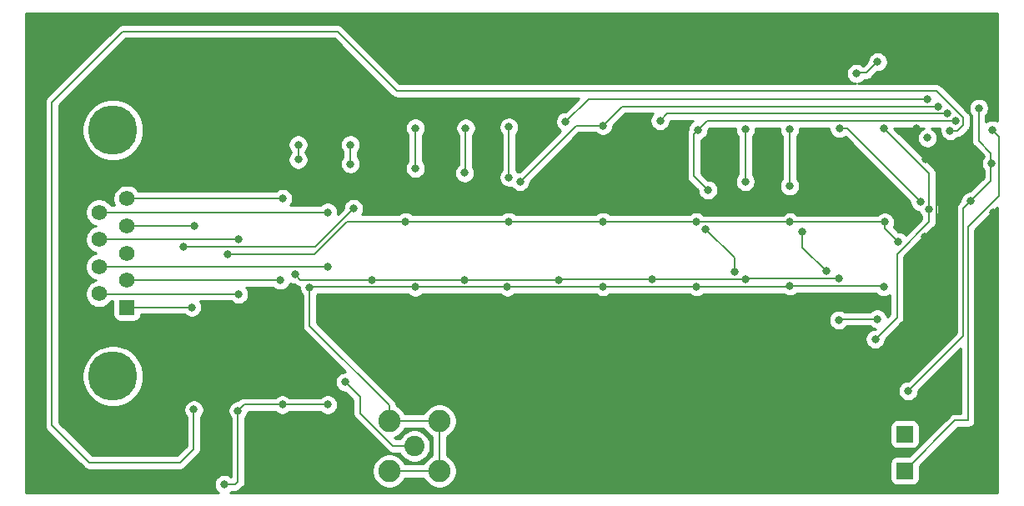
<source format=gbl>
G04 #@! TF.GenerationSoftware,KiCad,Pcbnew,(5.1.9)-1*
G04 #@! TF.CreationDate,2022-05-17T00:30:17-06:00*
G04 #@! TF.ProjectId,Calibrator_02,43616c69-6272-4617-946f-725f30322e6b,rev?*
G04 #@! TF.SameCoordinates,Original*
G04 #@! TF.FileFunction,Copper,L2,Bot*
G04 #@! TF.FilePolarity,Positive*
%FSLAX46Y46*%
G04 Gerber Fmt 4.6, Leading zero omitted, Abs format (unit mm)*
G04 Created by KiCad (PCBNEW (5.1.9)-1) date 2022-05-17 00:30:17*
%MOMM*%
%LPD*%
G01*
G04 APERTURE LIST*
G04 #@! TA.AperFunction,ComponentPad*
%ADD10R,1.700000X1.700000*%
G04 #@! TD*
G04 #@! TA.AperFunction,ComponentPad*
%ADD11C,2.250000*%
G04 #@! TD*
G04 #@! TA.AperFunction,ComponentPad*
%ADD12C,2.050000*%
G04 #@! TD*
G04 #@! TA.AperFunction,ComponentPad*
%ADD13C,5.000000*%
G04 #@! TD*
G04 #@! TA.AperFunction,ComponentPad*
%ADD14C,1.575000*%
G04 #@! TD*
G04 #@! TA.AperFunction,ComponentPad*
%ADD15R,1.575000X1.575000*%
G04 #@! TD*
G04 #@! TA.AperFunction,ViaPad*
%ADD16C,0.800000*%
G04 #@! TD*
G04 #@! TA.AperFunction,Conductor*
%ADD17C,0.200000*%
G04 #@! TD*
G04 #@! TA.AperFunction,Conductor*
%ADD18C,0.254000*%
G04 #@! TD*
G04 #@! TA.AperFunction,Conductor*
%ADD19C,0.100000*%
G04 #@! TD*
G04 APERTURE END LIST*
D10*
X80400000Y-22100000D03*
D11*
X28060000Y-22140000D03*
X28060000Y-17060000D03*
X33140000Y-17060000D03*
X33140000Y-22140000D03*
D12*
X30600000Y-19600000D03*
D13*
X0Y-12500000D03*
D14*
X-1420000Y4140000D03*
X-1420000Y1380000D03*
X-1420000Y-1380000D03*
X-1420000Y-4140000D03*
X1420000Y5520000D03*
X1420000Y2760000D03*
X1420000Y-2760000D03*
D15*
X1420000Y-5520000D03*
D13*
X0Y12500000D03*
D14*
X1420000Y0D03*
D10*
X80400000Y-18400000D03*
D16*
X82505331Y9505331D03*
X82430331Y1669669D03*
X81600000Y12650000D03*
X54900000Y20300000D03*
X89340501Y4100000D03*
X82700000Y11700000D03*
X77630331Y19430331D03*
X89200000Y9100000D03*
X87043750Y5256250D03*
X87908000Y14708000D03*
X80750000Y-14000000D03*
X75500000Y18250000D03*
X8000000Y-5500000D03*
X16980000Y-2760000D03*
X8300000Y2770000D03*
X17220000Y5540000D03*
X12750000Y-4170000D03*
X21770000Y-1390000D03*
X12730000Y1400000D03*
X21810000Y4140000D03*
X30700000Y-3460000D03*
X19970000Y-3510000D03*
X40050000Y-3460000D03*
X49730000Y-3410000D03*
X59260000Y-3430000D03*
X68740000Y-3340000D03*
X78240000Y-3440000D03*
X18480000Y-2140000D03*
X26260000Y-2710000D03*
X35670000Y-2710000D03*
X45230000Y-2710000D03*
X54730000Y-2660000D03*
X64220000Y-2680000D03*
X73700000Y-2590000D03*
X77600000Y-6700000D03*
X73700000Y-6800000D03*
X11640000Y-100000D03*
X29720000Y3190000D03*
X40160000Y3200000D03*
X49730000Y3200000D03*
X59230000Y3160000D03*
X68740000Y3160000D03*
X78360000Y3140000D03*
X79748008Y1151992D03*
X23600000Y-13100000D03*
X7190000Y650000D03*
X24420000Y4530000D03*
X11300000Y-23500000D03*
X12700000Y-16000000D03*
X21800000Y-15400000D03*
X17200000Y-15400000D03*
X85000000Y12425098D03*
X8200000Y-15900000D03*
X18800000Y11000000D03*
X18800000Y9500000D03*
X78300000Y12650000D03*
X82850376Y4459489D03*
X77400000Y-8750000D03*
X73758008Y12641992D03*
X81970002Y5209489D03*
X68700000Y12600000D03*
X68700000Y6799940D03*
X70000000Y2200000D03*
X72400000Y-1840000D03*
X64208008Y12591992D03*
X64200000Y7249950D03*
X40200000Y12800000D03*
X40200000Y7699960D03*
X35808008Y12691992D03*
X35700000Y8149970D03*
X30700000Y12700000D03*
X30700000Y8599980D03*
X24100000Y11000000D03*
X24100000Y9049990D03*
X59400000Y12500000D03*
X85600000Y13400000D03*
X60400000Y6400000D03*
X60200000Y2400000D03*
X63100000Y-1910000D03*
X55558008Y13441992D03*
X84709600Y14150000D03*
X49749992Y12949992D03*
X83767915Y14900000D03*
X41321111Y7249950D03*
X45958008Y13341992D03*
X82700000Y15650000D03*
X89300000Y12500000D03*
D17*
X83600377Y2839715D02*
X82430331Y1669669D01*
X83600377Y8410285D02*
X83600377Y2839715D01*
X82505331Y9505331D02*
X83600377Y8410285D01*
X81600000Y10410662D02*
X81600000Y12650000D01*
X82505331Y9505331D02*
X81600000Y10410662D01*
X89340501Y4100000D02*
X89340501Y-3159499D01*
X82700000Y11700000D02*
X82724903Y11675097D01*
X77630331Y19430331D02*
X76500000Y18300000D01*
X89153494Y7365994D02*
X87043750Y5256250D01*
X89153494Y8665521D02*
X89153494Y7365994D01*
X89153494Y10146506D02*
X89153494Y8665521D01*
X87908000Y11392000D02*
X89153494Y10146506D01*
X87908000Y14708000D02*
X87908000Y11392000D01*
X86349990Y4562490D02*
X86349990Y-7450010D01*
X87043750Y5256250D02*
X86349990Y4562490D01*
X86349990Y-8400010D02*
X80750000Y-14000000D01*
X86349990Y-7450010D02*
X86349990Y-8400010D01*
X75550000Y18300000D02*
X75500000Y18250000D01*
X76500000Y18300000D02*
X75550000Y18300000D01*
X1440000Y-5500000D02*
X1420000Y-5520000D01*
X8000000Y-5500000D02*
X1440000Y-5500000D01*
X16980000Y-2760000D02*
X1420000Y-2760000D01*
X1430000Y2770000D02*
X1420000Y2760000D01*
X8300000Y2770000D02*
X1430000Y2770000D01*
X1440000Y5540000D02*
X1420000Y5520000D01*
X17220000Y5540000D02*
X1440000Y5540000D01*
X-1390000Y-4170000D02*
X-1420000Y-4140000D01*
X12750000Y-4170000D02*
X-1390000Y-4170000D01*
X-1410000Y-1390000D02*
X-1420000Y-1380000D01*
X21770000Y-1390000D02*
X-1410000Y-1390000D01*
X-1400000Y1400000D02*
X-1420000Y1380000D01*
X12730000Y1400000D02*
X-1400000Y1400000D01*
X21810000Y4140000D02*
X-1420000Y4140000D01*
X20020000Y-3460000D02*
X19970000Y-3510000D01*
X30700000Y-3460000D02*
X20020000Y-3460000D01*
X30700000Y-3460000D02*
X40050000Y-3460000D01*
X49680000Y-3460000D02*
X49730000Y-3410000D01*
X40050000Y-3460000D02*
X49680000Y-3460000D01*
X59240000Y-3410000D02*
X59260000Y-3430000D01*
X49730000Y-3410000D02*
X59240000Y-3410000D01*
X68650000Y-3430000D02*
X68740000Y-3340000D01*
X59260000Y-3430000D02*
X68650000Y-3430000D01*
X78140000Y-3340000D02*
X78240000Y-3440000D01*
X68740000Y-3340000D02*
X78140000Y-3340000D01*
X19970000Y-7379010D02*
X19970000Y-3510000D01*
X28060000Y-15469010D02*
X19970000Y-7379010D01*
X28060000Y-17060000D02*
X28060000Y-15469010D01*
X28060000Y-17060000D02*
X33140000Y-17060000D01*
X33140000Y-17060000D02*
X33140000Y-22140000D01*
X33140000Y-22140000D02*
X28060000Y-22140000D01*
X19050000Y-2710000D02*
X26260000Y-2710000D01*
X18480000Y-2140000D02*
X19050000Y-2710000D01*
X26260000Y-2710000D02*
X35670000Y-2710000D01*
X35670000Y-2710000D02*
X45230000Y-2710000D01*
X45280000Y-2660000D02*
X54730000Y-2660000D01*
X45230000Y-2710000D02*
X45280000Y-2660000D01*
X54730000Y-2660000D02*
X64140000Y-2660000D01*
X64160000Y-2680000D02*
X64220000Y-2680000D01*
X64140000Y-2660000D02*
X64160000Y-2680000D01*
X64310000Y-2590000D02*
X73700000Y-2590000D01*
X64220000Y-2680000D02*
X64310000Y-2590000D01*
X73800000Y-6700000D02*
X73700000Y-6800000D01*
X77600000Y-6700000D02*
X73800000Y-6700000D01*
X11640000Y-100000D02*
X20426410Y-100000D01*
X23716410Y3190000D02*
X29720000Y3190000D01*
X20426410Y-100000D02*
X23716410Y3190000D01*
X40150000Y3190000D02*
X40160000Y3200000D01*
X29720000Y3190000D02*
X40150000Y3190000D01*
X40160000Y3200000D02*
X49730000Y3200000D01*
X59190000Y3200000D02*
X59230000Y3160000D01*
X49730000Y3200000D02*
X59190000Y3200000D01*
X59230000Y3160000D02*
X68740000Y3160000D01*
X78340000Y3160000D02*
X78360000Y3140000D01*
X68740000Y3160000D02*
X78340000Y3160000D01*
X78360000Y2540000D02*
X78360000Y3140000D01*
X79748008Y1151992D02*
X78360000Y2540000D01*
X23600000Y-13100000D02*
X25100000Y-14600000D01*
X28416998Y-19600000D02*
X30600000Y-19600000D01*
X25100000Y-16283002D02*
X28416998Y-19600000D01*
X25100000Y-14600000D02*
X25100000Y-16283002D01*
X20540000Y650000D02*
X24420000Y4530000D01*
X7190000Y650000D02*
X20540000Y650000D01*
X11300000Y-23500000D02*
X12400000Y-23500000D01*
X12700000Y-23200000D02*
X12700000Y-16000000D01*
X12400000Y-23500000D02*
X12700000Y-23200000D01*
X21800000Y-15400000D02*
X17200000Y-15400000D01*
X13300000Y-15400000D02*
X12700000Y-16000000D01*
X17200000Y-15400000D02*
X13300000Y-15400000D01*
X83625003Y16484999D02*
X28815001Y16484999D01*
X86350001Y13039999D02*
X86350001Y13760001D01*
X86350001Y13760001D02*
X83625003Y16484999D01*
X85735100Y12425098D02*
X86350001Y13039999D01*
X85000000Y12425098D02*
X85735100Y12425098D01*
X28815001Y16484999D02*
X22800000Y22500000D01*
X22800000Y22500000D02*
X1000000Y22500000D01*
X1000000Y22500000D02*
X-6200000Y15300000D01*
X-6200000Y15300000D02*
X-6200000Y-17500000D01*
X-6200000Y-17500000D02*
X-2400000Y-21300000D01*
X-2400000Y-21300000D02*
X6800000Y-21300000D01*
X8200000Y-19900000D02*
X8200000Y-15900000D01*
X6800000Y-21300000D02*
X8200000Y-19900000D01*
X18800000Y11000000D02*
X18800000Y9500000D01*
X78300000Y12650000D02*
X82850376Y8099624D01*
X82850376Y8099624D02*
X82850376Y4459489D01*
X77400000Y-8750000D02*
X79600000Y-6550000D01*
X82850376Y3144358D02*
X82850376Y4459489D01*
X82850376Y3144358D02*
X82844358Y3144358D01*
X79600000Y-100000D02*
X79600000Y-6550000D01*
X82844358Y3144358D02*
X79600000Y-100000D01*
X74537499Y12641992D02*
X81970002Y5209489D01*
X73758008Y12641992D02*
X74537499Y12641992D01*
X68700000Y12600000D02*
X68700000Y6799940D01*
X70000000Y560000D02*
X72400000Y-1840000D01*
X70000000Y2200000D02*
X70000000Y560000D01*
X64208008Y7257958D02*
X64200000Y7249950D01*
X64208008Y12591992D02*
X64208008Y7257958D01*
X40200000Y12800000D02*
X40200000Y7699960D01*
X35808008Y8257978D02*
X35700000Y8149970D01*
X35808008Y12691992D02*
X35808008Y8257978D01*
X30700000Y12700000D02*
X30700000Y8599980D01*
X24100000Y11000000D02*
X24100000Y9049990D01*
X59400000Y12500000D02*
X60300000Y13400000D01*
X60300000Y13400000D02*
X85600000Y13400000D01*
X59000001Y7799999D02*
X60400000Y6400000D01*
X59000001Y12100001D02*
X59000001Y7799999D01*
X59400000Y12500000D02*
X59000001Y12100001D01*
X63100000Y-500000D02*
X63100000Y-1910000D01*
X60200000Y2400000D02*
X63100000Y-500000D01*
X56266016Y14150000D02*
X84709600Y14150000D01*
X55558008Y13441992D02*
X56266016Y14150000D01*
X51700000Y14900000D02*
X83767915Y14900000D01*
X49749992Y12949992D02*
X51700000Y14900000D01*
X47021153Y12949992D02*
X41321111Y7249950D01*
X49749992Y12949992D02*
X47021153Y12949992D01*
X48266016Y15650000D02*
X82700000Y15650000D01*
X45958008Y13341992D02*
X48266016Y15650000D01*
X89903495Y11896505D02*
X89300000Y12500000D01*
X89950001Y11849999D02*
X89903495Y11896505D01*
X89950001Y5819502D02*
X89950001Y11849999D01*
X86800000Y2669501D02*
X89950001Y5819502D01*
X86800000Y-17000000D02*
X86800000Y2669501D01*
X85500000Y-17000000D02*
X86800000Y-17000000D01*
X80400000Y-22100000D02*
X85500000Y-17000000D01*
D18*
X89815001Y13400671D02*
X89790256Y13417205D01*
X89601898Y13495226D01*
X89401939Y13535000D01*
X89198061Y13535000D01*
X88998102Y13495226D01*
X88809744Y13417205D01*
X88643000Y13305791D01*
X88643000Y13979289D01*
X88711937Y14048226D01*
X88825205Y14217744D01*
X88903226Y14406102D01*
X88943000Y14606061D01*
X88943000Y14809939D01*
X88903226Y15009898D01*
X88825205Y15198256D01*
X88711937Y15367774D01*
X88567774Y15511937D01*
X88398256Y15625205D01*
X88209898Y15703226D01*
X88009939Y15743000D01*
X87806061Y15743000D01*
X87606102Y15703226D01*
X87417744Y15625205D01*
X87248226Y15511937D01*
X87104063Y15367774D01*
X86990795Y15198256D01*
X86912774Y15009898D01*
X86873000Y14809939D01*
X86873000Y14606061D01*
X86912774Y14406102D01*
X86990795Y14217744D01*
X87104063Y14048226D01*
X87173000Y13979289D01*
X87173001Y11428115D01*
X87169444Y11392000D01*
X87183635Y11247915D01*
X87219452Y11129844D01*
X87225664Y11109367D01*
X87293914Y10981680D01*
X87385763Y10869762D01*
X87413808Y10846746D01*
X88418494Y9842059D01*
X88418494Y9782205D01*
X88396063Y9759774D01*
X88282795Y9590256D01*
X88204774Y9401898D01*
X88165000Y9201939D01*
X88165000Y8998061D01*
X88204774Y8798102D01*
X88282795Y8609744D01*
X88396063Y8440226D01*
X88418494Y8417795D01*
X88418495Y7670442D01*
X87039304Y6291250D01*
X86941811Y6291250D01*
X86741852Y6251476D01*
X86553494Y6173455D01*
X86383976Y6060187D01*
X86239813Y5916024D01*
X86126545Y5746506D01*
X86048524Y5558148D01*
X86008750Y5358189D01*
X86008750Y5260696D01*
X85855798Y5107744D01*
X85827752Y5084727D01*
X85735903Y4972809D01*
X85667653Y4845122D01*
X85648337Y4781444D01*
X85625625Y4706575D01*
X85611434Y4562490D01*
X85614990Y4526385D01*
X85614991Y-7413896D01*
X85614990Y-7413906D01*
X85614991Y-8095562D01*
X80745554Y-12965000D01*
X80648061Y-12965000D01*
X80448102Y-13004774D01*
X80259744Y-13082795D01*
X80090226Y-13196063D01*
X79946063Y-13340226D01*
X79832795Y-13509744D01*
X79754774Y-13698102D01*
X79715000Y-13898061D01*
X79715000Y-14101939D01*
X79754774Y-14301898D01*
X79832795Y-14490256D01*
X79946063Y-14659774D01*
X80090226Y-14803937D01*
X80259744Y-14917205D01*
X80448102Y-14995226D01*
X80648061Y-15035000D01*
X80851939Y-15035000D01*
X81051898Y-14995226D01*
X81240256Y-14917205D01*
X81409774Y-14803937D01*
X81553937Y-14659774D01*
X81667205Y-14490256D01*
X81745226Y-14301898D01*
X81785000Y-14101939D01*
X81785000Y-14004446D01*
X86065000Y-9724446D01*
X86065000Y-16265000D01*
X85536096Y-16265000D01*
X85499999Y-16261445D01*
X85463902Y-16265000D01*
X85463895Y-16265000D01*
X85370132Y-16274235D01*
X85355914Y-16275635D01*
X85331629Y-16283002D01*
X85217367Y-16317663D01*
X85089680Y-16385913D01*
X84977762Y-16477762D01*
X84954746Y-16505807D01*
X80848626Y-20611928D01*
X79550000Y-20611928D01*
X79425518Y-20624188D01*
X79305820Y-20660498D01*
X79195506Y-20719463D01*
X79098815Y-20798815D01*
X79019463Y-20895506D01*
X78960498Y-21005820D01*
X78924188Y-21125518D01*
X78911928Y-21250000D01*
X78911928Y-22950000D01*
X78924188Y-23074482D01*
X78960498Y-23194180D01*
X79019463Y-23304494D01*
X79098815Y-23401185D01*
X79195506Y-23480537D01*
X79305820Y-23539502D01*
X79425518Y-23575812D01*
X79550000Y-23588072D01*
X81250000Y-23588072D01*
X81374482Y-23575812D01*
X81494180Y-23539502D01*
X81604494Y-23480537D01*
X81701185Y-23401185D01*
X81780537Y-23304494D01*
X81839502Y-23194180D01*
X81875812Y-23074482D01*
X81888072Y-22950000D01*
X81888072Y-21651374D01*
X85804447Y-17735000D01*
X86763895Y-17735000D01*
X86800000Y-17738556D01*
X86836105Y-17735000D01*
X86944085Y-17724365D01*
X87082633Y-17682337D01*
X87210320Y-17614087D01*
X87322238Y-17522238D01*
X87414087Y-17410320D01*
X87482337Y-17282633D01*
X87524365Y-17144085D01*
X87538556Y-17000000D01*
X87535000Y-16963895D01*
X87535000Y2365055D01*
X89815001Y4645055D01*
X89815000Y-24340000D01*
X11905802Y-24340000D01*
X11959774Y-24303937D01*
X12028711Y-24235000D01*
X12363895Y-24235000D01*
X12400000Y-24238556D01*
X12436105Y-24235000D01*
X12544085Y-24224365D01*
X12682633Y-24182337D01*
X12810320Y-24114087D01*
X12922238Y-24022238D01*
X12945259Y-23994187D01*
X13194192Y-23745254D01*
X13222237Y-23722238D01*
X13314087Y-23610320D01*
X13382337Y-23482633D01*
X13411616Y-23386114D01*
X13424365Y-23344086D01*
X13438556Y-23200001D01*
X13435000Y-23163896D01*
X13435000Y-16728711D01*
X13503937Y-16659774D01*
X13617205Y-16490256D01*
X13695226Y-16301898D01*
X13728424Y-16135000D01*
X16471289Y-16135000D01*
X16540226Y-16203937D01*
X16709744Y-16317205D01*
X16898102Y-16395226D01*
X17098061Y-16435000D01*
X17301939Y-16435000D01*
X17501898Y-16395226D01*
X17690256Y-16317205D01*
X17859774Y-16203937D01*
X17928711Y-16135000D01*
X21071289Y-16135000D01*
X21140226Y-16203937D01*
X21309744Y-16317205D01*
X21498102Y-16395226D01*
X21698061Y-16435000D01*
X21901939Y-16435000D01*
X22101898Y-16395226D01*
X22290256Y-16317205D01*
X22459774Y-16203937D01*
X22603937Y-16059774D01*
X22717205Y-15890256D01*
X22795226Y-15701898D01*
X22835000Y-15501939D01*
X22835000Y-15298061D01*
X22795226Y-15098102D01*
X22717205Y-14909744D01*
X22603937Y-14740226D01*
X22459774Y-14596063D01*
X22290256Y-14482795D01*
X22101898Y-14404774D01*
X21901939Y-14365000D01*
X21698061Y-14365000D01*
X21498102Y-14404774D01*
X21309744Y-14482795D01*
X21140226Y-14596063D01*
X21071289Y-14665000D01*
X17928711Y-14665000D01*
X17859774Y-14596063D01*
X17690256Y-14482795D01*
X17501898Y-14404774D01*
X17301939Y-14365000D01*
X17098061Y-14365000D01*
X16898102Y-14404774D01*
X16709744Y-14482795D01*
X16540226Y-14596063D01*
X16471289Y-14665000D01*
X13336096Y-14665000D01*
X13299999Y-14661445D01*
X13263902Y-14665000D01*
X13263895Y-14665000D01*
X13170132Y-14674235D01*
X13155914Y-14675635D01*
X13113886Y-14688384D01*
X13017367Y-14717663D01*
X12889680Y-14785913D01*
X12777762Y-14877762D01*
X12754746Y-14905807D01*
X12695553Y-14965000D01*
X12598061Y-14965000D01*
X12398102Y-15004774D01*
X12209744Y-15082795D01*
X12040226Y-15196063D01*
X11896063Y-15340226D01*
X11782795Y-15509744D01*
X11704774Y-15698102D01*
X11665000Y-15898061D01*
X11665000Y-16101939D01*
X11704774Y-16301898D01*
X11782795Y-16490256D01*
X11896063Y-16659774D01*
X11965001Y-16728712D01*
X11965000Y-22701289D01*
X11959774Y-22696063D01*
X11790256Y-22582795D01*
X11601898Y-22504774D01*
X11401939Y-22465000D01*
X11198061Y-22465000D01*
X10998102Y-22504774D01*
X10809744Y-22582795D01*
X10640226Y-22696063D01*
X10496063Y-22840226D01*
X10382795Y-23009744D01*
X10304774Y-23198102D01*
X10265000Y-23398061D01*
X10265000Y-23601939D01*
X10304774Y-23801898D01*
X10382795Y-23990256D01*
X10496063Y-24159774D01*
X10640226Y-24303937D01*
X10694198Y-24340000D01*
X-8865000Y-24340000D01*
X-8865000Y15300000D01*
X-6938556Y15300000D01*
X-6935000Y15263895D01*
X-6934999Y-17463885D01*
X-6938556Y-17500000D01*
X-6924365Y-17644085D01*
X-6895707Y-17738556D01*
X-6882336Y-17782633D01*
X-6814086Y-17910320D01*
X-6722237Y-18022238D01*
X-6694192Y-18045254D01*
X-2945254Y-21794193D01*
X-2922238Y-21822238D01*
X-2894194Y-21845253D01*
X-2810320Y-21914087D01*
X-2682634Y-21982337D01*
X-2544085Y-22024365D01*
X-2400000Y-22038556D01*
X-2363895Y-22035000D01*
X6763895Y-22035000D01*
X6800000Y-22038556D01*
X6836105Y-22035000D01*
X6944085Y-22024365D01*
X7082633Y-21982337D01*
X7210320Y-21914087D01*
X7322238Y-21822238D01*
X7345258Y-21794188D01*
X8694197Y-20445250D01*
X8722237Y-20422238D01*
X8745250Y-20394197D01*
X8745253Y-20394194D01*
X8802560Y-20324365D01*
X8814087Y-20310320D01*
X8882337Y-20182633D01*
X8924365Y-20044085D01*
X8935000Y-19936105D01*
X8935000Y-19936104D01*
X8938556Y-19900000D01*
X8935000Y-19863895D01*
X8935000Y-16628711D01*
X9003937Y-16559774D01*
X9117205Y-16390256D01*
X9195226Y-16201898D01*
X9235000Y-16001939D01*
X9235000Y-15798061D01*
X9195226Y-15598102D01*
X9117205Y-15409744D01*
X9003937Y-15240226D01*
X8859774Y-15096063D01*
X8690256Y-14982795D01*
X8501898Y-14904774D01*
X8301939Y-14865000D01*
X8098061Y-14865000D01*
X7898102Y-14904774D01*
X7709744Y-14982795D01*
X7540226Y-15096063D01*
X7396063Y-15240226D01*
X7282795Y-15409744D01*
X7204774Y-15598102D01*
X7165000Y-15798061D01*
X7165000Y-16001939D01*
X7204774Y-16201898D01*
X7282795Y-16390256D01*
X7396063Y-16559774D01*
X7465001Y-16628712D01*
X7465000Y-19595553D01*
X6495554Y-20565000D01*
X-2095553Y-20565000D01*
X-5465000Y-17195554D01*
X-5465000Y-12191229D01*
X-3135000Y-12191229D01*
X-3135000Y-12808771D01*
X-3014524Y-13414446D01*
X-2778201Y-13984979D01*
X-2435114Y-14498446D01*
X-1998446Y-14935114D01*
X-1484979Y-15278201D01*
X-914446Y-15514524D01*
X-308771Y-15635000D01*
X308771Y-15635000D01*
X914446Y-15514524D01*
X1484979Y-15278201D01*
X1998446Y-14935114D01*
X2435114Y-14498446D01*
X2778201Y-13984979D01*
X3014524Y-13414446D01*
X3135000Y-12808771D01*
X3135000Y-12191229D01*
X3014524Y-11585554D01*
X2778201Y-11015021D01*
X2435114Y-10501554D01*
X1998446Y-10064886D01*
X1484979Y-9721799D01*
X914446Y-9485476D01*
X308771Y-9365000D01*
X-308771Y-9365000D01*
X-914446Y-9485476D01*
X-1484979Y-9721799D01*
X-1998446Y-10064886D01*
X-2435114Y-10501554D01*
X-2778201Y-11015021D01*
X-3014524Y-11585554D01*
X-3135000Y-12191229D01*
X-5465000Y-12191229D01*
X-5465000Y12808771D01*
X-3135000Y12808771D01*
X-3135000Y12191229D01*
X-3014524Y11585554D01*
X-2778201Y11015021D01*
X-2435114Y10501554D01*
X-1998446Y10064886D01*
X-1484979Y9721799D01*
X-914446Y9485476D01*
X-308771Y9365000D01*
X308771Y9365000D01*
X914446Y9485476D01*
X1484979Y9721799D01*
X1998446Y10064886D01*
X2435114Y10501554D01*
X2778201Y11015021D01*
X2814203Y11101939D01*
X17765000Y11101939D01*
X17765000Y10898061D01*
X17804774Y10698102D01*
X17882795Y10509744D01*
X17996063Y10340226D01*
X18065000Y10271289D01*
X18065001Y10228712D01*
X17996063Y10159774D01*
X17882795Y9990256D01*
X17804774Y9801898D01*
X17765000Y9601939D01*
X17765000Y9398061D01*
X17804774Y9198102D01*
X17882795Y9009744D01*
X17996063Y8840226D01*
X18140226Y8696063D01*
X18309744Y8582795D01*
X18498102Y8504774D01*
X18698061Y8465000D01*
X18901939Y8465000D01*
X19101898Y8504774D01*
X19290256Y8582795D01*
X19459774Y8696063D01*
X19603937Y8840226D01*
X19717205Y9009744D01*
X19795226Y9198102D01*
X19835000Y9398061D01*
X19835000Y9601939D01*
X19795226Y9801898D01*
X19717205Y9990256D01*
X19603937Y10159774D01*
X19535000Y10228711D01*
X19535000Y10271289D01*
X19603937Y10340226D01*
X19717205Y10509744D01*
X19795226Y10698102D01*
X19835000Y10898061D01*
X19835000Y11101939D01*
X23065000Y11101939D01*
X23065000Y10898061D01*
X23104774Y10698102D01*
X23182795Y10509744D01*
X23296063Y10340226D01*
X23365000Y10271289D01*
X23365001Y9778702D01*
X23296063Y9709764D01*
X23182795Y9540246D01*
X23104774Y9351888D01*
X23065000Y9151929D01*
X23065000Y8948051D01*
X23104774Y8748092D01*
X23182795Y8559734D01*
X23296063Y8390216D01*
X23440226Y8246053D01*
X23609744Y8132785D01*
X23798102Y8054764D01*
X23998061Y8014990D01*
X24201939Y8014990D01*
X24401898Y8054764D01*
X24590256Y8132785D01*
X24759774Y8246053D01*
X24903937Y8390216D01*
X25017205Y8559734D01*
X25095226Y8748092D01*
X25135000Y8948051D01*
X25135000Y9151929D01*
X25095226Y9351888D01*
X25017205Y9540246D01*
X24903937Y9709764D01*
X24835000Y9778701D01*
X24835000Y10271289D01*
X24903937Y10340226D01*
X25017205Y10509744D01*
X25095226Y10698102D01*
X25135000Y10898061D01*
X25135000Y11101939D01*
X25095226Y11301898D01*
X25017205Y11490256D01*
X24903937Y11659774D01*
X24759774Y11803937D01*
X24590256Y11917205D01*
X24401898Y11995226D01*
X24201939Y12035000D01*
X23998061Y12035000D01*
X23798102Y11995226D01*
X23609744Y11917205D01*
X23440226Y11803937D01*
X23296063Y11659774D01*
X23182795Y11490256D01*
X23104774Y11301898D01*
X23065000Y11101939D01*
X19835000Y11101939D01*
X19795226Y11301898D01*
X19717205Y11490256D01*
X19603937Y11659774D01*
X19459774Y11803937D01*
X19290256Y11917205D01*
X19101898Y11995226D01*
X18901939Y12035000D01*
X18698061Y12035000D01*
X18498102Y11995226D01*
X18309744Y11917205D01*
X18140226Y11803937D01*
X17996063Y11659774D01*
X17882795Y11490256D01*
X17804774Y11301898D01*
X17765000Y11101939D01*
X2814203Y11101939D01*
X3014524Y11585554D01*
X3135000Y12191229D01*
X3135000Y12801939D01*
X29665000Y12801939D01*
X29665000Y12598061D01*
X29704774Y12398102D01*
X29782795Y12209744D01*
X29896063Y12040226D01*
X29965000Y11971289D01*
X29965001Y9328692D01*
X29896063Y9259754D01*
X29782795Y9090236D01*
X29704774Y8901878D01*
X29665000Y8701919D01*
X29665000Y8498041D01*
X29704774Y8298082D01*
X29782795Y8109724D01*
X29896063Y7940206D01*
X30040226Y7796043D01*
X30209744Y7682775D01*
X30398102Y7604754D01*
X30598061Y7564980D01*
X30801939Y7564980D01*
X31001898Y7604754D01*
X31190256Y7682775D01*
X31359774Y7796043D01*
X31503937Y7940206D01*
X31617205Y8109724D01*
X31676100Y8251909D01*
X34665000Y8251909D01*
X34665000Y8048031D01*
X34704774Y7848072D01*
X34782795Y7659714D01*
X34896063Y7490196D01*
X35040226Y7346033D01*
X35209744Y7232765D01*
X35398102Y7154744D01*
X35598061Y7114970D01*
X35801939Y7114970D01*
X36001898Y7154744D01*
X36190256Y7232765D01*
X36359774Y7346033D01*
X36503937Y7490196D01*
X36617205Y7659714D01*
X36695226Y7848072D01*
X36735000Y8048031D01*
X36735000Y8251909D01*
X36695226Y8451868D01*
X36617205Y8640226D01*
X36543008Y8751270D01*
X36543008Y11963281D01*
X36611945Y12032218D01*
X36725213Y12201736D01*
X36803234Y12390094D01*
X36843008Y12590053D01*
X36843008Y12793931D01*
X36803234Y12993890D01*
X36725213Y13182248D01*
X36611945Y13351766D01*
X36467782Y13495929D01*
X36298264Y13609197D01*
X36109906Y13687218D01*
X35909947Y13726992D01*
X35706069Y13726992D01*
X35506110Y13687218D01*
X35317752Y13609197D01*
X35148234Y13495929D01*
X35004071Y13351766D01*
X34890803Y13182248D01*
X34812782Y12993890D01*
X34773008Y12793931D01*
X34773008Y12590053D01*
X34812782Y12390094D01*
X34890803Y12201736D01*
X35004071Y12032218D01*
X35073008Y11963281D01*
X35073009Y8975812D01*
X35040226Y8953907D01*
X34896063Y8809744D01*
X34782795Y8640226D01*
X34704774Y8451868D01*
X34665000Y8251909D01*
X31676100Y8251909D01*
X31695226Y8298082D01*
X31735000Y8498041D01*
X31735000Y8701919D01*
X31695226Y8901878D01*
X31617205Y9090236D01*
X31503937Y9259754D01*
X31435000Y9328691D01*
X31435000Y11971289D01*
X31503937Y12040226D01*
X31617205Y12209744D01*
X31695226Y12398102D01*
X31735000Y12598061D01*
X31735000Y12801939D01*
X31695226Y13001898D01*
X31617205Y13190256D01*
X31503937Y13359774D01*
X31359774Y13503937D01*
X31190256Y13617205D01*
X31001898Y13695226D01*
X30801939Y13735000D01*
X30598061Y13735000D01*
X30398102Y13695226D01*
X30209744Y13617205D01*
X30040226Y13503937D01*
X29896063Y13359774D01*
X29782795Y13190256D01*
X29704774Y13001898D01*
X29665000Y12801939D01*
X3135000Y12801939D01*
X3135000Y12808771D01*
X3014524Y13414446D01*
X2778201Y13984979D01*
X2435114Y14498446D01*
X1998446Y14935114D01*
X1484979Y15278201D01*
X914446Y15514524D01*
X308771Y15635000D01*
X-308771Y15635000D01*
X-914446Y15514524D01*
X-1484979Y15278201D01*
X-1998446Y14935114D01*
X-2435114Y14498446D01*
X-2778201Y13984979D01*
X-3014524Y13414446D01*
X-3135000Y12808771D01*
X-5465000Y12808771D01*
X-5465000Y14995554D01*
X1304447Y21765000D01*
X22495554Y21765000D01*
X28269747Y15990806D01*
X28292763Y15962761D01*
X28404681Y15870912D01*
X28532368Y15802662D01*
X28628887Y15773383D01*
X28670915Y15760634D01*
X28815001Y15746443D01*
X28851106Y15749999D01*
X47326568Y15749999D01*
X45953562Y14376992D01*
X45856069Y14376992D01*
X45656110Y14337218D01*
X45467752Y14259197D01*
X45298234Y14145929D01*
X45154071Y14001766D01*
X45040803Y13832248D01*
X44962782Y13643890D01*
X44923008Y13443931D01*
X44923008Y13240053D01*
X44962782Y13040094D01*
X45040803Y12851736D01*
X45154071Y12682218D01*
X45298234Y12538055D01*
X45461008Y12429293D01*
X41316665Y8284950D01*
X41219172Y8284950D01*
X41073294Y8255933D01*
X41003937Y8359734D01*
X40935000Y8428671D01*
X40935000Y12071289D01*
X41003937Y12140226D01*
X41117205Y12309744D01*
X41195226Y12498102D01*
X41235000Y12698061D01*
X41235000Y12901939D01*
X41195226Y13101898D01*
X41117205Y13290256D01*
X41003937Y13459774D01*
X40859774Y13603937D01*
X40690256Y13717205D01*
X40501898Y13795226D01*
X40301939Y13835000D01*
X40098061Y13835000D01*
X39898102Y13795226D01*
X39709744Y13717205D01*
X39540226Y13603937D01*
X39396063Y13459774D01*
X39282795Y13290256D01*
X39204774Y13101898D01*
X39165000Y12901939D01*
X39165000Y12698061D01*
X39204774Y12498102D01*
X39282795Y12309744D01*
X39396063Y12140226D01*
X39465000Y12071289D01*
X39465001Y8428672D01*
X39396063Y8359734D01*
X39282795Y8190216D01*
X39204774Y8001858D01*
X39165000Y7801899D01*
X39165000Y7598021D01*
X39204774Y7398062D01*
X39282795Y7209704D01*
X39396063Y7040186D01*
X39540226Y6896023D01*
X39709744Y6782755D01*
X39898102Y6704734D01*
X40098061Y6664960D01*
X40301939Y6664960D01*
X40447817Y6693977D01*
X40517174Y6590176D01*
X40661337Y6446013D01*
X40830855Y6332745D01*
X41019213Y6254724D01*
X41219172Y6214950D01*
X41423050Y6214950D01*
X41623009Y6254724D01*
X41811367Y6332745D01*
X41980885Y6446013D01*
X42125048Y6590176D01*
X42238316Y6759694D01*
X42316337Y6948052D01*
X42356111Y7148011D01*
X42356111Y7245504D01*
X47325600Y12214992D01*
X49021281Y12214992D01*
X49090218Y12146055D01*
X49259736Y12032787D01*
X49448094Y11954766D01*
X49648053Y11914992D01*
X49851931Y11914992D01*
X50051890Y11954766D01*
X50240248Y12032787D01*
X50409766Y12146055D01*
X50553929Y12290218D01*
X50667197Y12459736D01*
X50745218Y12648094D01*
X50784992Y12848053D01*
X50784992Y12945546D01*
X52004447Y14165000D01*
X54817305Y14165000D01*
X54754071Y14101766D01*
X54640803Y13932248D01*
X54562782Y13743890D01*
X54523008Y13543931D01*
X54523008Y13340053D01*
X54562782Y13140094D01*
X54640803Y12951736D01*
X54754071Y12782218D01*
X54898234Y12638055D01*
X55067752Y12524787D01*
X55256110Y12446766D01*
X55456069Y12406992D01*
X55659947Y12406992D01*
X55859906Y12446766D01*
X56048264Y12524787D01*
X56217782Y12638055D01*
X56361945Y12782218D01*
X56475213Y12951736D01*
X56553234Y13140094D01*
X56593008Y13340053D01*
X56593008Y13415000D01*
X58906444Y13415000D01*
X58740226Y13303937D01*
X58596063Y13159774D01*
X58482795Y12990256D01*
X58404774Y12801898D01*
X58365000Y12601939D01*
X58365000Y12471193D01*
X58317664Y12382633D01*
X58294719Y12306992D01*
X58275636Y12244086D01*
X58261445Y12100001D01*
X58265001Y12063896D01*
X58265002Y7836114D01*
X58261445Y7799999D01*
X58275636Y7655914D01*
X58313049Y7532583D01*
X58317665Y7517366D01*
X58385915Y7389679D01*
X58477764Y7277761D01*
X58505809Y7254745D01*
X59365000Y6395553D01*
X59365000Y6298061D01*
X59404774Y6098102D01*
X59482795Y5909744D01*
X59596063Y5740226D01*
X59740226Y5596063D01*
X59909744Y5482795D01*
X60098102Y5404774D01*
X60298061Y5365000D01*
X60501939Y5365000D01*
X60701898Y5404774D01*
X60890256Y5482795D01*
X61059774Y5596063D01*
X61203937Y5740226D01*
X61317205Y5909744D01*
X61395226Y6098102D01*
X61435000Y6298061D01*
X61435000Y6501939D01*
X61395226Y6701898D01*
X61317205Y6890256D01*
X61203937Y7059774D01*
X61059774Y7203937D01*
X60890256Y7317205D01*
X60701898Y7395226D01*
X60501939Y7435000D01*
X60404447Y7435000D01*
X59735001Y8104445D01*
X59735001Y11518486D01*
X59890256Y11582795D01*
X60059774Y11696063D01*
X60203937Y11840226D01*
X60317205Y12009744D01*
X60395226Y12198102D01*
X60435000Y12398061D01*
X60435000Y12495553D01*
X60604447Y12665000D01*
X63173008Y12665000D01*
X63173008Y12490053D01*
X63212782Y12290094D01*
X63290803Y12101736D01*
X63404071Y11932218D01*
X63473008Y11863281D01*
X63473009Y7986670D01*
X63396063Y7909724D01*
X63282795Y7740206D01*
X63204774Y7551848D01*
X63165000Y7351889D01*
X63165000Y7148011D01*
X63204774Y6948052D01*
X63282795Y6759694D01*
X63396063Y6590176D01*
X63540226Y6446013D01*
X63709744Y6332745D01*
X63898102Y6254724D01*
X64098061Y6214950D01*
X64301939Y6214950D01*
X64501898Y6254724D01*
X64690256Y6332745D01*
X64859774Y6446013D01*
X65003937Y6590176D01*
X65117205Y6759694D01*
X65195226Y6948052D01*
X65235000Y7148011D01*
X65235000Y7351889D01*
X65195226Y7551848D01*
X65117205Y7740206D01*
X65003937Y7909724D01*
X64943008Y7970653D01*
X64943008Y11863281D01*
X65011945Y11932218D01*
X65125213Y12101736D01*
X65203234Y12290094D01*
X65243008Y12490053D01*
X65243008Y12665000D01*
X67665000Y12665000D01*
X67665000Y12498061D01*
X67704774Y12298102D01*
X67782795Y12109744D01*
X67896063Y11940226D01*
X67965000Y11871289D01*
X67965001Y7528652D01*
X67896063Y7459714D01*
X67782795Y7290196D01*
X67704774Y7101838D01*
X67665000Y6901879D01*
X67665000Y6698001D01*
X67704774Y6498042D01*
X67782795Y6309684D01*
X67896063Y6140166D01*
X68040226Y5996003D01*
X68209744Y5882735D01*
X68398102Y5804714D01*
X68598061Y5764940D01*
X68801939Y5764940D01*
X69001898Y5804714D01*
X69190256Y5882735D01*
X69359774Y5996003D01*
X69503937Y6140166D01*
X69617205Y6309684D01*
X69695226Y6498042D01*
X69735000Y6698001D01*
X69735000Y6901879D01*
X69695226Y7101838D01*
X69617205Y7290196D01*
X69503937Y7459714D01*
X69435000Y7528651D01*
X69435000Y11871289D01*
X69503937Y11940226D01*
X69617205Y12109744D01*
X69695226Y12298102D01*
X69735000Y12498061D01*
X69735000Y12665000D01*
X72723008Y12665000D01*
X72723008Y12540053D01*
X72762782Y12340094D01*
X72840803Y12151736D01*
X72954071Y11982218D01*
X73098234Y11838055D01*
X73267752Y11724787D01*
X73456110Y11646766D01*
X73656069Y11606992D01*
X73859947Y11606992D01*
X74059906Y11646766D01*
X74248264Y11724787D01*
X74348370Y11791675D01*
X80935002Y5205042D01*
X80935002Y5107550D01*
X80974776Y4907591D01*
X81052797Y4719233D01*
X81166065Y4549715D01*
X81310228Y4405552D01*
X81479746Y4292284D01*
X81668104Y4214263D01*
X81851118Y4177859D01*
X81855150Y4157591D01*
X81933171Y3969233D01*
X82046439Y3799715D01*
X82115376Y3730778D01*
X82115376Y3454823D01*
X80512132Y1851579D01*
X80407782Y1955929D01*
X80238264Y2069197D01*
X80049906Y2147218D01*
X79849947Y2186992D01*
X79752455Y2186992D01*
X79280865Y2658581D01*
X79355226Y2838102D01*
X79395000Y3038061D01*
X79395000Y3241939D01*
X79355226Y3441898D01*
X79277205Y3630256D01*
X79163937Y3799774D01*
X79019774Y3943937D01*
X78850256Y4057205D01*
X78661898Y4135226D01*
X78461939Y4175000D01*
X78258061Y4175000D01*
X78058102Y4135226D01*
X77869744Y4057205D01*
X77700226Y3943937D01*
X77651289Y3895000D01*
X69468711Y3895000D01*
X69399774Y3963937D01*
X69230256Y4077205D01*
X69041898Y4155226D01*
X68841939Y4195000D01*
X68638061Y4195000D01*
X68438102Y4155226D01*
X68249744Y4077205D01*
X68080226Y3963937D01*
X68011289Y3895000D01*
X59958711Y3895000D01*
X59889774Y3963937D01*
X59720256Y4077205D01*
X59531898Y4155226D01*
X59331939Y4195000D01*
X59128061Y4195000D01*
X58928102Y4155226D01*
X58739744Y4077205D01*
X58570226Y3963937D01*
X58541289Y3935000D01*
X50458711Y3935000D01*
X50389774Y4003937D01*
X50220256Y4117205D01*
X50031898Y4195226D01*
X49831939Y4235000D01*
X49628061Y4235000D01*
X49428102Y4195226D01*
X49239744Y4117205D01*
X49070226Y4003937D01*
X49001289Y3935000D01*
X40888711Y3935000D01*
X40819774Y4003937D01*
X40650256Y4117205D01*
X40461898Y4195226D01*
X40261939Y4235000D01*
X40058061Y4235000D01*
X39858102Y4195226D01*
X39669744Y4117205D01*
X39500226Y4003937D01*
X39421289Y3925000D01*
X30448711Y3925000D01*
X30379774Y3993937D01*
X30210256Y4107205D01*
X30021898Y4185226D01*
X29821939Y4225000D01*
X29618061Y4225000D01*
X29418102Y4185226D01*
X29229744Y4107205D01*
X29060226Y3993937D01*
X28991289Y3925000D01*
X25260536Y3925000D01*
X25337205Y4039744D01*
X25415226Y4228102D01*
X25455000Y4428061D01*
X25455000Y4631939D01*
X25415226Y4831898D01*
X25337205Y5020256D01*
X25223937Y5189774D01*
X25079774Y5333937D01*
X24910256Y5447205D01*
X24721898Y5525226D01*
X24521939Y5565000D01*
X24318061Y5565000D01*
X24118102Y5525226D01*
X23929744Y5447205D01*
X23760226Y5333937D01*
X23616063Y5189774D01*
X23502795Y5020256D01*
X23424774Y4831898D01*
X23385000Y4631939D01*
X23385000Y4534447D01*
X22834171Y3983617D01*
X22845000Y4038061D01*
X22845000Y4241939D01*
X22805226Y4441898D01*
X22727205Y4630256D01*
X22613937Y4799774D01*
X22469774Y4943937D01*
X22300256Y5057205D01*
X22111898Y5135226D01*
X21911939Y5175000D01*
X21708061Y5175000D01*
X21508102Y5135226D01*
X21319744Y5057205D01*
X21150226Y4943937D01*
X21081289Y4875000D01*
X18018711Y4875000D01*
X18023937Y4880226D01*
X18137205Y5049744D01*
X18215226Y5238102D01*
X18255000Y5438061D01*
X18255000Y5641939D01*
X18215226Y5841898D01*
X18137205Y6030256D01*
X18023937Y6199774D01*
X17879774Y6343937D01*
X17710256Y6457205D01*
X17521898Y6535226D01*
X17321939Y6575000D01*
X17118061Y6575000D01*
X16918102Y6535226D01*
X16729744Y6457205D01*
X16560226Y6343937D01*
X16491289Y6275000D01*
X2626351Y6275000D01*
X2524928Y6426791D01*
X2326791Y6624928D01*
X2093806Y6780603D01*
X1834928Y6887834D01*
X1560104Y6942500D01*
X1279896Y6942500D01*
X1005072Y6887834D01*
X746194Y6780603D01*
X513209Y6624928D01*
X315072Y6426791D01*
X159397Y6193806D01*
X52166Y5934928D01*
X-2500Y5660104D01*
X-2500Y5379896D01*
X52166Y5105072D01*
X147465Y4875000D01*
X-200285Y4875000D01*
X-315072Y5046791D01*
X-513209Y5244928D01*
X-746194Y5400603D01*
X-1005072Y5507834D01*
X-1279896Y5562500D01*
X-1560104Y5562500D01*
X-1834928Y5507834D01*
X-2093806Y5400603D01*
X-2326791Y5244928D01*
X-2524928Y5046791D01*
X-2680603Y4813806D01*
X-2787834Y4554928D01*
X-2842500Y4280104D01*
X-2842500Y3999896D01*
X-2787834Y3725072D01*
X-2680603Y3466194D01*
X-2524928Y3233209D01*
X-2326791Y3035072D01*
X-2093806Y2879397D01*
X-1834928Y2772166D01*
X-1773766Y2760000D01*
X-1834928Y2747834D01*
X-2093806Y2640603D01*
X-2326791Y2484928D01*
X-2524928Y2286791D01*
X-2680603Y2053806D01*
X-2787834Y1794928D01*
X-2842500Y1520104D01*
X-2842500Y1239896D01*
X-2787834Y965072D01*
X-2680603Y706194D01*
X-2524928Y473209D01*
X-2326791Y275072D01*
X-2093806Y119397D01*
X-1834928Y12166D01*
X-1773766Y0D01*
X-1834928Y-12166D01*
X-2093806Y-119397D01*
X-2326791Y-275072D01*
X-2524928Y-473209D01*
X-2680603Y-706194D01*
X-2787834Y-965072D01*
X-2842500Y-1239896D01*
X-2842500Y-1520104D01*
X-2787834Y-1794928D01*
X-2680603Y-2053806D01*
X-2524928Y-2286791D01*
X-2326791Y-2484928D01*
X-2093806Y-2640603D01*
X-1834928Y-2747834D01*
X-1773766Y-2760000D01*
X-1834928Y-2772166D01*
X-2093806Y-2879397D01*
X-2326791Y-3035072D01*
X-2524928Y-3233209D01*
X-2680603Y-3466194D01*
X-2787834Y-3725072D01*
X-2842500Y-3999896D01*
X-2842500Y-4280104D01*
X-2787834Y-4554928D01*
X-2680603Y-4813806D01*
X-2524928Y-5046791D01*
X-2326791Y-5244928D01*
X-2093806Y-5400603D01*
X-1834928Y-5507834D01*
X-1560104Y-5562500D01*
X-1279896Y-5562500D01*
X-1005072Y-5507834D01*
X-746194Y-5400603D01*
X-513209Y-5244928D01*
X-315072Y-5046791D01*
X-220331Y-4905000D01*
X-5572Y-4905000D01*
X-5572Y-6307500D01*
X6688Y-6431982D01*
X42998Y-6551680D01*
X101963Y-6661994D01*
X181315Y-6758685D01*
X278006Y-6838037D01*
X388320Y-6897002D01*
X508018Y-6933312D01*
X632500Y-6945572D01*
X2207500Y-6945572D01*
X2331982Y-6933312D01*
X2451680Y-6897002D01*
X2561994Y-6838037D01*
X2658685Y-6758685D01*
X2738037Y-6661994D01*
X2797002Y-6551680D01*
X2833312Y-6431982D01*
X2845572Y-6307500D01*
X2845572Y-6235000D01*
X7271289Y-6235000D01*
X7340226Y-6303937D01*
X7509744Y-6417205D01*
X7698102Y-6495226D01*
X7898061Y-6535000D01*
X8101939Y-6535000D01*
X8301898Y-6495226D01*
X8490256Y-6417205D01*
X8659774Y-6303937D01*
X8803937Y-6159774D01*
X8917205Y-5990256D01*
X8995226Y-5801898D01*
X9035000Y-5601939D01*
X9035000Y-5398061D01*
X8995226Y-5198102D01*
X8917205Y-5009744D01*
X8847217Y-4905000D01*
X12021289Y-4905000D01*
X12090226Y-4973937D01*
X12259744Y-5087205D01*
X12448102Y-5165226D01*
X12648061Y-5205000D01*
X12851939Y-5205000D01*
X13051898Y-5165226D01*
X13240256Y-5087205D01*
X13409774Y-4973937D01*
X13553937Y-4829774D01*
X13667205Y-4660256D01*
X13745226Y-4471898D01*
X13785000Y-4271939D01*
X13785000Y-4068061D01*
X13745226Y-3868102D01*
X13667205Y-3679744D01*
X13553937Y-3510226D01*
X13538711Y-3495000D01*
X16251289Y-3495000D01*
X16320226Y-3563937D01*
X16489744Y-3677205D01*
X16678102Y-3755226D01*
X16878061Y-3795000D01*
X17081939Y-3795000D01*
X17281898Y-3755226D01*
X17470256Y-3677205D01*
X17639774Y-3563937D01*
X17783937Y-3419774D01*
X17897205Y-3250256D01*
X17975226Y-3061898D01*
X17977753Y-3049193D01*
X17989744Y-3057205D01*
X18178102Y-3135226D01*
X18378061Y-3175000D01*
X18475553Y-3175000D01*
X18504746Y-3204193D01*
X18527762Y-3232238D01*
X18620152Y-3308061D01*
X18639680Y-3324087D01*
X18767366Y-3392337D01*
X18905915Y-3434365D01*
X18935000Y-3437230D01*
X18935000Y-3611939D01*
X18974774Y-3811898D01*
X19052795Y-4000256D01*
X19166063Y-4169774D01*
X19235001Y-4238712D01*
X19235000Y-7342905D01*
X19231444Y-7379010D01*
X19245635Y-7523095D01*
X19250325Y-7538556D01*
X19287663Y-7661642D01*
X19355913Y-7789329D01*
X19447762Y-7901247D01*
X19475808Y-7924264D01*
X23616543Y-12065000D01*
X23498061Y-12065000D01*
X23298102Y-12104774D01*
X23109744Y-12182795D01*
X22940226Y-12296063D01*
X22796063Y-12440226D01*
X22682795Y-12609744D01*
X22604774Y-12798102D01*
X22565000Y-12998061D01*
X22565000Y-13201939D01*
X22604774Y-13401898D01*
X22682795Y-13590256D01*
X22796063Y-13759774D01*
X22940226Y-13903937D01*
X23109744Y-14017205D01*
X23298102Y-14095226D01*
X23498061Y-14135000D01*
X23595554Y-14135000D01*
X24365000Y-14904447D01*
X24365001Y-16246887D01*
X24361444Y-16283002D01*
X24375635Y-16427087D01*
X24391008Y-16477763D01*
X24417664Y-16565635D01*
X24485914Y-16693322D01*
X24577763Y-16805240D01*
X24605808Y-16828256D01*
X27871744Y-20094193D01*
X27894760Y-20122238D01*
X27922804Y-20145253D01*
X28006678Y-20214087D01*
X28134364Y-20282337D01*
X28272913Y-20324365D01*
X28416998Y-20338556D01*
X28453103Y-20335000D01*
X29107676Y-20335000D01*
X29128927Y-20386305D01*
X29310594Y-20658188D01*
X29541812Y-20889406D01*
X29813695Y-21071073D01*
X30115796Y-21196207D01*
X30436504Y-21260000D01*
X30763496Y-21260000D01*
X31084204Y-21196207D01*
X31386305Y-21071073D01*
X31658188Y-20889406D01*
X31889406Y-20658188D01*
X32071073Y-20386305D01*
X32196207Y-20084204D01*
X32260000Y-19763496D01*
X32260000Y-19436504D01*
X32196207Y-19115796D01*
X32071073Y-18813695D01*
X31889406Y-18541812D01*
X31658188Y-18310594D01*
X31386305Y-18128927D01*
X31084204Y-18003793D01*
X30763496Y-17940000D01*
X30436504Y-17940000D01*
X30115796Y-18003793D01*
X29813695Y-18128927D01*
X29541812Y-18310594D01*
X29310594Y-18541812D01*
X29128927Y-18813695D01*
X29107676Y-18865000D01*
X28721445Y-18865000D01*
X28598430Y-18741985D01*
X28893673Y-18619692D01*
X29181935Y-18427081D01*
X29427081Y-18181935D01*
X29619692Y-17893673D01*
X29660564Y-17795000D01*
X31539436Y-17795000D01*
X31580308Y-17893673D01*
X31772919Y-18181935D01*
X32018065Y-18427081D01*
X32306327Y-18619692D01*
X32405000Y-18660564D01*
X32405001Y-20539436D01*
X32306327Y-20580308D01*
X32018065Y-20772919D01*
X31772919Y-21018065D01*
X31580308Y-21306327D01*
X31539436Y-21405000D01*
X29660564Y-21405000D01*
X29619692Y-21306327D01*
X29427081Y-21018065D01*
X29181935Y-20772919D01*
X28893673Y-20580308D01*
X28573373Y-20447636D01*
X28233345Y-20380000D01*
X27886655Y-20380000D01*
X27546627Y-20447636D01*
X27226327Y-20580308D01*
X26938065Y-20772919D01*
X26692919Y-21018065D01*
X26500308Y-21306327D01*
X26367636Y-21626627D01*
X26300000Y-21966655D01*
X26300000Y-22313345D01*
X26367636Y-22653373D01*
X26500308Y-22973673D01*
X26692919Y-23261935D01*
X26938065Y-23507081D01*
X27226327Y-23699692D01*
X27546627Y-23832364D01*
X27886655Y-23900000D01*
X28233345Y-23900000D01*
X28573373Y-23832364D01*
X28893673Y-23699692D01*
X29181935Y-23507081D01*
X29427081Y-23261935D01*
X29619692Y-22973673D01*
X29660564Y-22875000D01*
X31539436Y-22875000D01*
X31580308Y-22973673D01*
X31772919Y-23261935D01*
X32018065Y-23507081D01*
X32306327Y-23699692D01*
X32626627Y-23832364D01*
X32966655Y-23900000D01*
X33313345Y-23900000D01*
X33653373Y-23832364D01*
X33973673Y-23699692D01*
X34261935Y-23507081D01*
X34507081Y-23261935D01*
X34699692Y-22973673D01*
X34832364Y-22653373D01*
X34900000Y-22313345D01*
X34900000Y-21966655D01*
X34832364Y-21626627D01*
X34699692Y-21306327D01*
X34507081Y-21018065D01*
X34261935Y-20772919D01*
X33973673Y-20580308D01*
X33875000Y-20539436D01*
X33875000Y-18660564D01*
X33973673Y-18619692D01*
X34261935Y-18427081D01*
X34507081Y-18181935D01*
X34699692Y-17893673D01*
X34832364Y-17573373D01*
X34837013Y-17550000D01*
X78911928Y-17550000D01*
X78911928Y-19250000D01*
X78924188Y-19374482D01*
X78960498Y-19494180D01*
X79019463Y-19604494D01*
X79098815Y-19701185D01*
X79195506Y-19780537D01*
X79305820Y-19839502D01*
X79425518Y-19875812D01*
X79550000Y-19888072D01*
X81250000Y-19888072D01*
X81374482Y-19875812D01*
X81494180Y-19839502D01*
X81604494Y-19780537D01*
X81701185Y-19701185D01*
X81780537Y-19604494D01*
X81839502Y-19494180D01*
X81875812Y-19374482D01*
X81888072Y-19250000D01*
X81888072Y-17550000D01*
X81875812Y-17425518D01*
X81839502Y-17305820D01*
X81780537Y-17195506D01*
X81701185Y-17098815D01*
X81604494Y-17019463D01*
X81494180Y-16960498D01*
X81374482Y-16924188D01*
X81250000Y-16911928D01*
X79550000Y-16911928D01*
X79425518Y-16924188D01*
X79305820Y-16960498D01*
X79195506Y-17019463D01*
X79098815Y-17098815D01*
X79019463Y-17195506D01*
X78960498Y-17305820D01*
X78924188Y-17425518D01*
X78911928Y-17550000D01*
X34837013Y-17550000D01*
X34900000Y-17233345D01*
X34900000Y-16886655D01*
X34832364Y-16546627D01*
X34699692Y-16226327D01*
X34507081Y-15938065D01*
X34261935Y-15692919D01*
X33973673Y-15500308D01*
X33653373Y-15367636D01*
X33313345Y-15300000D01*
X32966655Y-15300000D01*
X32626627Y-15367636D01*
X32306327Y-15500308D01*
X32018065Y-15692919D01*
X31772919Y-15938065D01*
X31580308Y-16226327D01*
X31539436Y-16325000D01*
X29660564Y-16325000D01*
X29619692Y-16226327D01*
X29427081Y-15938065D01*
X29181935Y-15692919D01*
X28893673Y-15500308D01*
X28797724Y-15460565D01*
X28784365Y-15324925D01*
X28742337Y-15186376D01*
X28674087Y-15058690D01*
X28622003Y-14995226D01*
X28582238Y-14946772D01*
X28554193Y-14923756D01*
X20705000Y-7074564D01*
X20705000Y-4238711D01*
X20748711Y-4195000D01*
X29971289Y-4195000D01*
X30040226Y-4263937D01*
X30209744Y-4377205D01*
X30398102Y-4455226D01*
X30598061Y-4495000D01*
X30801939Y-4495000D01*
X31001898Y-4455226D01*
X31190256Y-4377205D01*
X31359774Y-4263937D01*
X31428711Y-4195000D01*
X39321289Y-4195000D01*
X39390226Y-4263937D01*
X39559744Y-4377205D01*
X39748102Y-4455226D01*
X39948061Y-4495000D01*
X40151939Y-4495000D01*
X40351898Y-4455226D01*
X40540256Y-4377205D01*
X40709774Y-4263937D01*
X40778711Y-4195000D01*
X49051289Y-4195000D01*
X49070226Y-4213937D01*
X49239744Y-4327205D01*
X49428102Y-4405226D01*
X49628061Y-4445000D01*
X49831939Y-4445000D01*
X50031898Y-4405226D01*
X50220256Y-4327205D01*
X50389774Y-4213937D01*
X50458711Y-4145000D01*
X58511289Y-4145000D01*
X58600226Y-4233937D01*
X58769744Y-4347205D01*
X58958102Y-4425226D01*
X59158061Y-4465000D01*
X59361939Y-4465000D01*
X59561898Y-4425226D01*
X59750256Y-4347205D01*
X59919774Y-4233937D01*
X59988711Y-4165000D01*
X68111749Y-4165000D01*
X68249744Y-4257205D01*
X68438102Y-4335226D01*
X68638061Y-4375000D01*
X68841939Y-4375000D01*
X69041898Y-4335226D01*
X69230256Y-4257205D01*
X69399774Y-4143937D01*
X69468711Y-4075000D01*
X77419510Y-4075000D01*
X77436063Y-4099774D01*
X77580226Y-4243937D01*
X77749744Y-4357205D01*
X77938102Y-4435226D01*
X78138061Y-4475000D01*
X78341939Y-4475000D01*
X78541898Y-4435226D01*
X78730256Y-4357205D01*
X78865001Y-4267172D01*
X78865001Y-6245552D01*
X78614675Y-6495878D01*
X78595226Y-6398102D01*
X78517205Y-6209744D01*
X78403937Y-6040226D01*
X78259774Y-5896063D01*
X78090256Y-5782795D01*
X77901898Y-5704774D01*
X77701939Y-5665000D01*
X77498061Y-5665000D01*
X77298102Y-5704774D01*
X77109744Y-5782795D01*
X76940226Y-5896063D01*
X76871289Y-5965000D01*
X74313285Y-5965000D01*
X74190256Y-5882795D01*
X74001898Y-5804774D01*
X73801939Y-5765000D01*
X73598061Y-5765000D01*
X73398102Y-5804774D01*
X73209744Y-5882795D01*
X73040226Y-5996063D01*
X72896063Y-6140226D01*
X72782795Y-6309744D01*
X72704774Y-6498102D01*
X72665000Y-6698061D01*
X72665000Y-6901939D01*
X72704774Y-7101898D01*
X72782795Y-7290256D01*
X72896063Y-7459774D01*
X73040226Y-7603937D01*
X73209744Y-7717205D01*
X73398102Y-7795226D01*
X73598061Y-7835000D01*
X73801939Y-7835000D01*
X74001898Y-7795226D01*
X74190256Y-7717205D01*
X74359774Y-7603937D01*
X74503937Y-7459774D01*
X74520490Y-7435000D01*
X76871289Y-7435000D01*
X76940226Y-7503937D01*
X77109744Y-7617205D01*
X77298102Y-7695226D01*
X77395879Y-7714675D01*
X77395554Y-7715000D01*
X77298061Y-7715000D01*
X77098102Y-7754774D01*
X76909744Y-7832795D01*
X76740226Y-7946063D01*
X76596063Y-8090226D01*
X76482795Y-8259744D01*
X76404774Y-8448102D01*
X76365000Y-8648061D01*
X76365000Y-8851939D01*
X76404774Y-9051898D01*
X76482795Y-9240256D01*
X76596063Y-9409774D01*
X76740226Y-9553937D01*
X76909744Y-9667205D01*
X77098102Y-9745226D01*
X77298061Y-9785000D01*
X77501939Y-9785000D01*
X77701898Y-9745226D01*
X77890256Y-9667205D01*
X78059774Y-9553937D01*
X78203937Y-9409774D01*
X78317205Y-9240256D01*
X78395226Y-9051898D01*
X78435000Y-8851939D01*
X78435000Y-8754446D01*
X80094193Y-7095254D01*
X80122238Y-7072238D01*
X80214087Y-6960320D01*
X80282337Y-6832633D01*
X80324365Y-6694085D01*
X80335000Y-6586105D01*
X80338556Y-6550000D01*
X80335000Y-6513895D01*
X80335000Y-404446D01*
X83311008Y2571562D01*
X83372614Y2622120D01*
X83464463Y2734038D01*
X83532713Y2861725D01*
X83574741Y3000273D01*
X83588932Y3144358D01*
X83585376Y3180463D01*
X83585376Y3730778D01*
X83654313Y3799715D01*
X83767581Y3969233D01*
X83845602Y4157591D01*
X83885376Y4357550D01*
X83885376Y4561428D01*
X83845602Y4761387D01*
X83767581Y4949745D01*
X83654313Y5119263D01*
X83585376Y5188200D01*
X83585376Y8063530D01*
X83588931Y8099625D01*
X83585376Y8135720D01*
X83585376Y8135729D01*
X83574741Y8243709D01*
X83532713Y8382257D01*
X83464463Y8509944D01*
X83423601Y8559734D01*
X83395629Y8593818D01*
X83395626Y8593821D01*
X83372613Y8621862D01*
X83344573Y8644873D01*
X79335000Y12654446D01*
X79335000Y12665000D01*
X82325131Y12665000D01*
X82209744Y12617205D01*
X82040226Y12503937D01*
X81896063Y12359774D01*
X81782795Y12190256D01*
X81704774Y12001898D01*
X81665000Y11801939D01*
X81665000Y11598061D01*
X81704774Y11398102D01*
X81782795Y11209744D01*
X81896063Y11040226D01*
X82040226Y10896063D01*
X82209744Y10782795D01*
X82398102Y10704774D01*
X82598061Y10665000D01*
X82801939Y10665000D01*
X83001898Y10704774D01*
X83190256Y10782795D01*
X83359774Y10896063D01*
X83503937Y11040226D01*
X83617205Y11209744D01*
X83695226Y11398102D01*
X83735000Y11598061D01*
X83735000Y11801939D01*
X83695226Y12001898D01*
X83617205Y12190256D01*
X83503937Y12359774D01*
X83359774Y12503937D01*
X83190256Y12617205D01*
X83074869Y12665000D01*
X83992442Y12665000D01*
X83965000Y12527037D01*
X83965000Y12323159D01*
X84004774Y12123200D01*
X84082795Y11934842D01*
X84196063Y11765324D01*
X84340226Y11621161D01*
X84509744Y11507893D01*
X84698102Y11429872D01*
X84898061Y11390098D01*
X85101939Y11390098D01*
X85301898Y11429872D01*
X85490256Y11507893D01*
X85659774Y11621161D01*
X85726047Y11687434D01*
X85735100Y11686542D01*
X85771205Y11690098D01*
X85879185Y11700733D01*
X86017733Y11742761D01*
X86145420Y11811011D01*
X86257338Y11902860D01*
X86280358Y11930910D01*
X86844198Y12494749D01*
X86872238Y12517761D01*
X86895251Y12545802D01*
X86895254Y12545805D01*
X86954197Y12617627D01*
X86964088Y12629679D01*
X87032338Y12757366D01*
X87074366Y12895914D01*
X87085001Y13003894D01*
X87085001Y13003903D01*
X87088556Y13039998D01*
X87085001Y13076093D01*
X87085001Y13723905D01*
X87088556Y13760002D01*
X87085001Y13796099D01*
X87085001Y13796106D01*
X87074366Y13904086D01*
X87074158Y13904774D01*
X87044735Y14001766D01*
X87032338Y14042634D01*
X86964088Y14170321D01*
X86872239Y14282239D01*
X86844194Y14305255D01*
X84170262Y16979187D01*
X84147241Y17007237D01*
X84035323Y17099086D01*
X83907636Y17167336D01*
X83769088Y17209364D01*
X83661108Y17219999D01*
X83625003Y17223555D01*
X83588898Y17219999D01*
X75627071Y17219999D01*
X75801898Y17254774D01*
X75990256Y17332795D01*
X76159774Y17446063D01*
X76278711Y17565000D01*
X76463895Y17565000D01*
X76500000Y17561444D01*
X76536105Y17565000D01*
X76644085Y17575635D01*
X76782633Y17617663D01*
X76910320Y17685913D01*
X77022238Y17777762D01*
X77045258Y17805812D01*
X77634778Y18395331D01*
X77732270Y18395331D01*
X77932229Y18435105D01*
X78120587Y18513126D01*
X78290105Y18626394D01*
X78434268Y18770557D01*
X78547536Y18940075D01*
X78625557Y19128433D01*
X78665331Y19328392D01*
X78665331Y19532270D01*
X78625557Y19732229D01*
X78547536Y19920587D01*
X78434268Y20090105D01*
X78290105Y20234268D01*
X78120587Y20347536D01*
X77932229Y20425557D01*
X77732270Y20465331D01*
X77528392Y20465331D01*
X77328433Y20425557D01*
X77140075Y20347536D01*
X76970557Y20234268D01*
X76826394Y20090105D01*
X76713126Y19920587D01*
X76635105Y19732229D01*
X76595331Y19532270D01*
X76595331Y19434778D01*
X76195554Y19035000D01*
X76178711Y19035000D01*
X76159774Y19053937D01*
X75990256Y19167205D01*
X75801898Y19245226D01*
X75601939Y19285000D01*
X75398061Y19285000D01*
X75198102Y19245226D01*
X75009744Y19167205D01*
X74840226Y19053937D01*
X74696063Y18909774D01*
X74582795Y18740256D01*
X74504774Y18551898D01*
X74465000Y18351939D01*
X74465000Y18148061D01*
X74504774Y17948102D01*
X74582795Y17759744D01*
X74696063Y17590226D01*
X74840226Y17446063D01*
X75009744Y17332795D01*
X75198102Y17254774D01*
X75372929Y17219999D01*
X29119448Y17219999D01*
X23345259Y22994187D01*
X23322238Y23022238D01*
X23210320Y23114087D01*
X23082633Y23182337D01*
X22944085Y23224365D01*
X22836105Y23235000D01*
X22800000Y23238556D01*
X22763895Y23235000D01*
X1036105Y23235000D01*
X1000000Y23238556D01*
X855915Y23224365D01*
X717366Y23182337D01*
X589680Y23114087D01*
X477762Y23022238D01*
X454746Y22994193D01*
X-6694192Y15845254D01*
X-6722238Y15822237D01*
X-6814087Y15710319D01*
X-6882337Y15582632D01*
X-6892824Y15548061D01*
X-6924365Y15444085D01*
X-6938556Y15300000D01*
X-8865000Y15300000D01*
X-8865000Y24340000D01*
X89815001Y24340000D01*
X89815001Y13400671D01*
G04 #@! TA.AperFunction,Conductor*
D19*
G36*
X89815001Y13400671D02*
G01*
X89790256Y13417205D01*
X89601898Y13495226D01*
X89401939Y13535000D01*
X89198061Y13535000D01*
X88998102Y13495226D01*
X88809744Y13417205D01*
X88643000Y13305791D01*
X88643000Y13979289D01*
X88711937Y14048226D01*
X88825205Y14217744D01*
X88903226Y14406102D01*
X88943000Y14606061D01*
X88943000Y14809939D01*
X88903226Y15009898D01*
X88825205Y15198256D01*
X88711937Y15367774D01*
X88567774Y15511937D01*
X88398256Y15625205D01*
X88209898Y15703226D01*
X88009939Y15743000D01*
X87806061Y15743000D01*
X87606102Y15703226D01*
X87417744Y15625205D01*
X87248226Y15511937D01*
X87104063Y15367774D01*
X86990795Y15198256D01*
X86912774Y15009898D01*
X86873000Y14809939D01*
X86873000Y14606061D01*
X86912774Y14406102D01*
X86990795Y14217744D01*
X87104063Y14048226D01*
X87173000Y13979289D01*
X87173001Y11428115D01*
X87169444Y11392000D01*
X87183635Y11247915D01*
X87219452Y11129844D01*
X87225664Y11109367D01*
X87293914Y10981680D01*
X87385763Y10869762D01*
X87413808Y10846746D01*
X88418494Y9842059D01*
X88418494Y9782205D01*
X88396063Y9759774D01*
X88282795Y9590256D01*
X88204774Y9401898D01*
X88165000Y9201939D01*
X88165000Y8998061D01*
X88204774Y8798102D01*
X88282795Y8609744D01*
X88396063Y8440226D01*
X88418494Y8417795D01*
X88418495Y7670442D01*
X87039304Y6291250D01*
X86941811Y6291250D01*
X86741852Y6251476D01*
X86553494Y6173455D01*
X86383976Y6060187D01*
X86239813Y5916024D01*
X86126545Y5746506D01*
X86048524Y5558148D01*
X86008750Y5358189D01*
X86008750Y5260696D01*
X85855798Y5107744D01*
X85827752Y5084727D01*
X85735903Y4972809D01*
X85667653Y4845122D01*
X85648337Y4781444D01*
X85625625Y4706575D01*
X85611434Y4562490D01*
X85614990Y4526385D01*
X85614991Y-7413896D01*
X85614990Y-7413906D01*
X85614991Y-8095562D01*
X80745554Y-12965000D01*
X80648061Y-12965000D01*
X80448102Y-13004774D01*
X80259744Y-13082795D01*
X80090226Y-13196063D01*
X79946063Y-13340226D01*
X79832795Y-13509744D01*
X79754774Y-13698102D01*
X79715000Y-13898061D01*
X79715000Y-14101939D01*
X79754774Y-14301898D01*
X79832795Y-14490256D01*
X79946063Y-14659774D01*
X80090226Y-14803937D01*
X80259744Y-14917205D01*
X80448102Y-14995226D01*
X80648061Y-15035000D01*
X80851939Y-15035000D01*
X81051898Y-14995226D01*
X81240256Y-14917205D01*
X81409774Y-14803937D01*
X81553937Y-14659774D01*
X81667205Y-14490256D01*
X81745226Y-14301898D01*
X81785000Y-14101939D01*
X81785000Y-14004446D01*
X86065000Y-9724446D01*
X86065000Y-16265000D01*
X85536096Y-16265000D01*
X85499999Y-16261445D01*
X85463902Y-16265000D01*
X85463895Y-16265000D01*
X85370132Y-16274235D01*
X85355914Y-16275635D01*
X85331629Y-16283002D01*
X85217367Y-16317663D01*
X85089680Y-16385913D01*
X84977762Y-16477762D01*
X84954746Y-16505807D01*
X80848626Y-20611928D01*
X79550000Y-20611928D01*
X79425518Y-20624188D01*
X79305820Y-20660498D01*
X79195506Y-20719463D01*
X79098815Y-20798815D01*
X79019463Y-20895506D01*
X78960498Y-21005820D01*
X78924188Y-21125518D01*
X78911928Y-21250000D01*
X78911928Y-22950000D01*
X78924188Y-23074482D01*
X78960498Y-23194180D01*
X79019463Y-23304494D01*
X79098815Y-23401185D01*
X79195506Y-23480537D01*
X79305820Y-23539502D01*
X79425518Y-23575812D01*
X79550000Y-23588072D01*
X81250000Y-23588072D01*
X81374482Y-23575812D01*
X81494180Y-23539502D01*
X81604494Y-23480537D01*
X81701185Y-23401185D01*
X81780537Y-23304494D01*
X81839502Y-23194180D01*
X81875812Y-23074482D01*
X81888072Y-22950000D01*
X81888072Y-21651374D01*
X85804447Y-17735000D01*
X86763895Y-17735000D01*
X86800000Y-17738556D01*
X86836105Y-17735000D01*
X86944085Y-17724365D01*
X87082633Y-17682337D01*
X87210320Y-17614087D01*
X87322238Y-17522238D01*
X87414087Y-17410320D01*
X87482337Y-17282633D01*
X87524365Y-17144085D01*
X87538556Y-17000000D01*
X87535000Y-16963895D01*
X87535000Y2365055D01*
X89815001Y4645055D01*
X89815000Y-24340000D01*
X11905802Y-24340000D01*
X11959774Y-24303937D01*
X12028711Y-24235000D01*
X12363895Y-24235000D01*
X12400000Y-24238556D01*
X12436105Y-24235000D01*
X12544085Y-24224365D01*
X12682633Y-24182337D01*
X12810320Y-24114087D01*
X12922238Y-24022238D01*
X12945259Y-23994187D01*
X13194192Y-23745254D01*
X13222237Y-23722238D01*
X13314087Y-23610320D01*
X13382337Y-23482633D01*
X13411616Y-23386114D01*
X13424365Y-23344086D01*
X13438556Y-23200001D01*
X13435000Y-23163896D01*
X13435000Y-16728711D01*
X13503937Y-16659774D01*
X13617205Y-16490256D01*
X13695226Y-16301898D01*
X13728424Y-16135000D01*
X16471289Y-16135000D01*
X16540226Y-16203937D01*
X16709744Y-16317205D01*
X16898102Y-16395226D01*
X17098061Y-16435000D01*
X17301939Y-16435000D01*
X17501898Y-16395226D01*
X17690256Y-16317205D01*
X17859774Y-16203937D01*
X17928711Y-16135000D01*
X21071289Y-16135000D01*
X21140226Y-16203937D01*
X21309744Y-16317205D01*
X21498102Y-16395226D01*
X21698061Y-16435000D01*
X21901939Y-16435000D01*
X22101898Y-16395226D01*
X22290256Y-16317205D01*
X22459774Y-16203937D01*
X22603937Y-16059774D01*
X22717205Y-15890256D01*
X22795226Y-15701898D01*
X22835000Y-15501939D01*
X22835000Y-15298061D01*
X22795226Y-15098102D01*
X22717205Y-14909744D01*
X22603937Y-14740226D01*
X22459774Y-14596063D01*
X22290256Y-14482795D01*
X22101898Y-14404774D01*
X21901939Y-14365000D01*
X21698061Y-14365000D01*
X21498102Y-14404774D01*
X21309744Y-14482795D01*
X21140226Y-14596063D01*
X21071289Y-14665000D01*
X17928711Y-14665000D01*
X17859774Y-14596063D01*
X17690256Y-14482795D01*
X17501898Y-14404774D01*
X17301939Y-14365000D01*
X17098061Y-14365000D01*
X16898102Y-14404774D01*
X16709744Y-14482795D01*
X16540226Y-14596063D01*
X16471289Y-14665000D01*
X13336096Y-14665000D01*
X13299999Y-14661445D01*
X13263902Y-14665000D01*
X13263895Y-14665000D01*
X13170132Y-14674235D01*
X13155914Y-14675635D01*
X13113886Y-14688384D01*
X13017367Y-14717663D01*
X12889680Y-14785913D01*
X12777762Y-14877762D01*
X12754746Y-14905807D01*
X12695553Y-14965000D01*
X12598061Y-14965000D01*
X12398102Y-15004774D01*
X12209744Y-15082795D01*
X12040226Y-15196063D01*
X11896063Y-15340226D01*
X11782795Y-15509744D01*
X11704774Y-15698102D01*
X11665000Y-15898061D01*
X11665000Y-16101939D01*
X11704774Y-16301898D01*
X11782795Y-16490256D01*
X11896063Y-16659774D01*
X11965001Y-16728712D01*
X11965000Y-22701289D01*
X11959774Y-22696063D01*
X11790256Y-22582795D01*
X11601898Y-22504774D01*
X11401939Y-22465000D01*
X11198061Y-22465000D01*
X10998102Y-22504774D01*
X10809744Y-22582795D01*
X10640226Y-22696063D01*
X10496063Y-22840226D01*
X10382795Y-23009744D01*
X10304774Y-23198102D01*
X10265000Y-23398061D01*
X10265000Y-23601939D01*
X10304774Y-23801898D01*
X10382795Y-23990256D01*
X10496063Y-24159774D01*
X10640226Y-24303937D01*
X10694198Y-24340000D01*
X-8865000Y-24340000D01*
X-8865000Y15300000D01*
X-6938556Y15300000D01*
X-6935000Y15263895D01*
X-6934999Y-17463885D01*
X-6938556Y-17500000D01*
X-6924365Y-17644085D01*
X-6895707Y-17738556D01*
X-6882336Y-17782633D01*
X-6814086Y-17910320D01*
X-6722237Y-18022238D01*
X-6694192Y-18045254D01*
X-2945254Y-21794193D01*
X-2922238Y-21822238D01*
X-2894194Y-21845253D01*
X-2810320Y-21914087D01*
X-2682634Y-21982337D01*
X-2544085Y-22024365D01*
X-2400000Y-22038556D01*
X-2363895Y-22035000D01*
X6763895Y-22035000D01*
X6800000Y-22038556D01*
X6836105Y-22035000D01*
X6944085Y-22024365D01*
X7082633Y-21982337D01*
X7210320Y-21914087D01*
X7322238Y-21822238D01*
X7345258Y-21794188D01*
X8694197Y-20445250D01*
X8722237Y-20422238D01*
X8745250Y-20394197D01*
X8745253Y-20394194D01*
X8802560Y-20324365D01*
X8814087Y-20310320D01*
X8882337Y-20182633D01*
X8924365Y-20044085D01*
X8935000Y-19936105D01*
X8935000Y-19936104D01*
X8938556Y-19900000D01*
X8935000Y-19863895D01*
X8935000Y-16628711D01*
X9003937Y-16559774D01*
X9117205Y-16390256D01*
X9195226Y-16201898D01*
X9235000Y-16001939D01*
X9235000Y-15798061D01*
X9195226Y-15598102D01*
X9117205Y-15409744D01*
X9003937Y-15240226D01*
X8859774Y-15096063D01*
X8690256Y-14982795D01*
X8501898Y-14904774D01*
X8301939Y-14865000D01*
X8098061Y-14865000D01*
X7898102Y-14904774D01*
X7709744Y-14982795D01*
X7540226Y-15096063D01*
X7396063Y-15240226D01*
X7282795Y-15409744D01*
X7204774Y-15598102D01*
X7165000Y-15798061D01*
X7165000Y-16001939D01*
X7204774Y-16201898D01*
X7282795Y-16390256D01*
X7396063Y-16559774D01*
X7465001Y-16628712D01*
X7465000Y-19595553D01*
X6495554Y-20565000D01*
X-2095553Y-20565000D01*
X-5465000Y-17195554D01*
X-5465000Y-12191229D01*
X-3135000Y-12191229D01*
X-3135000Y-12808771D01*
X-3014524Y-13414446D01*
X-2778201Y-13984979D01*
X-2435114Y-14498446D01*
X-1998446Y-14935114D01*
X-1484979Y-15278201D01*
X-914446Y-15514524D01*
X-308771Y-15635000D01*
X308771Y-15635000D01*
X914446Y-15514524D01*
X1484979Y-15278201D01*
X1998446Y-14935114D01*
X2435114Y-14498446D01*
X2778201Y-13984979D01*
X3014524Y-13414446D01*
X3135000Y-12808771D01*
X3135000Y-12191229D01*
X3014524Y-11585554D01*
X2778201Y-11015021D01*
X2435114Y-10501554D01*
X1998446Y-10064886D01*
X1484979Y-9721799D01*
X914446Y-9485476D01*
X308771Y-9365000D01*
X-308771Y-9365000D01*
X-914446Y-9485476D01*
X-1484979Y-9721799D01*
X-1998446Y-10064886D01*
X-2435114Y-10501554D01*
X-2778201Y-11015021D01*
X-3014524Y-11585554D01*
X-3135000Y-12191229D01*
X-5465000Y-12191229D01*
X-5465000Y12808771D01*
X-3135000Y12808771D01*
X-3135000Y12191229D01*
X-3014524Y11585554D01*
X-2778201Y11015021D01*
X-2435114Y10501554D01*
X-1998446Y10064886D01*
X-1484979Y9721799D01*
X-914446Y9485476D01*
X-308771Y9365000D01*
X308771Y9365000D01*
X914446Y9485476D01*
X1484979Y9721799D01*
X1998446Y10064886D01*
X2435114Y10501554D01*
X2778201Y11015021D01*
X2814203Y11101939D01*
X17765000Y11101939D01*
X17765000Y10898061D01*
X17804774Y10698102D01*
X17882795Y10509744D01*
X17996063Y10340226D01*
X18065000Y10271289D01*
X18065001Y10228712D01*
X17996063Y10159774D01*
X17882795Y9990256D01*
X17804774Y9801898D01*
X17765000Y9601939D01*
X17765000Y9398061D01*
X17804774Y9198102D01*
X17882795Y9009744D01*
X17996063Y8840226D01*
X18140226Y8696063D01*
X18309744Y8582795D01*
X18498102Y8504774D01*
X18698061Y8465000D01*
X18901939Y8465000D01*
X19101898Y8504774D01*
X19290256Y8582795D01*
X19459774Y8696063D01*
X19603937Y8840226D01*
X19717205Y9009744D01*
X19795226Y9198102D01*
X19835000Y9398061D01*
X19835000Y9601939D01*
X19795226Y9801898D01*
X19717205Y9990256D01*
X19603937Y10159774D01*
X19535000Y10228711D01*
X19535000Y10271289D01*
X19603937Y10340226D01*
X19717205Y10509744D01*
X19795226Y10698102D01*
X19835000Y10898061D01*
X19835000Y11101939D01*
X23065000Y11101939D01*
X23065000Y10898061D01*
X23104774Y10698102D01*
X23182795Y10509744D01*
X23296063Y10340226D01*
X23365000Y10271289D01*
X23365001Y9778702D01*
X23296063Y9709764D01*
X23182795Y9540246D01*
X23104774Y9351888D01*
X23065000Y9151929D01*
X23065000Y8948051D01*
X23104774Y8748092D01*
X23182795Y8559734D01*
X23296063Y8390216D01*
X23440226Y8246053D01*
X23609744Y8132785D01*
X23798102Y8054764D01*
X23998061Y8014990D01*
X24201939Y8014990D01*
X24401898Y8054764D01*
X24590256Y8132785D01*
X24759774Y8246053D01*
X24903937Y8390216D01*
X25017205Y8559734D01*
X25095226Y8748092D01*
X25135000Y8948051D01*
X25135000Y9151929D01*
X25095226Y9351888D01*
X25017205Y9540246D01*
X24903937Y9709764D01*
X24835000Y9778701D01*
X24835000Y10271289D01*
X24903937Y10340226D01*
X25017205Y10509744D01*
X25095226Y10698102D01*
X25135000Y10898061D01*
X25135000Y11101939D01*
X25095226Y11301898D01*
X25017205Y11490256D01*
X24903937Y11659774D01*
X24759774Y11803937D01*
X24590256Y11917205D01*
X24401898Y11995226D01*
X24201939Y12035000D01*
X23998061Y12035000D01*
X23798102Y11995226D01*
X23609744Y11917205D01*
X23440226Y11803937D01*
X23296063Y11659774D01*
X23182795Y11490256D01*
X23104774Y11301898D01*
X23065000Y11101939D01*
X19835000Y11101939D01*
X19795226Y11301898D01*
X19717205Y11490256D01*
X19603937Y11659774D01*
X19459774Y11803937D01*
X19290256Y11917205D01*
X19101898Y11995226D01*
X18901939Y12035000D01*
X18698061Y12035000D01*
X18498102Y11995226D01*
X18309744Y11917205D01*
X18140226Y11803937D01*
X17996063Y11659774D01*
X17882795Y11490256D01*
X17804774Y11301898D01*
X17765000Y11101939D01*
X2814203Y11101939D01*
X3014524Y11585554D01*
X3135000Y12191229D01*
X3135000Y12801939D01*
X29665000Y12801939D01*
X29665000Y12598061D01*
X29704774Y12398102D01*
X29782795Y12209744D01*
X29896063Y12040226D01*
X29965000Y11971289D01*
X29965001Y9328692D01*
X29896063Y9259754D01*
X29782795Y9090236D01*
X29704774Y8901878D01*
X29665000Y8701919D01*
X29665000Y8498041D01*
X29704774Y8298082D01*
X29782795Y8109724D01*
X29896063Y7940206D01*
X30040226Y7796043D01*
X30209744Y7682775D01*
X30398102Y7604754D01*
X30598061Y7564980D01*
X30801939Y7564980D01*
X31001898Y7604754D01*
X31190256Y7682775D01*
X31359774Y7796043D01*
X31503937Y7940206D01*
X31617205Y8109724D01*
X31676100Y8251909D01*
X34665000Y8251909D01*
X34665000Y8048031D01*
X34704774Y7848072D01*
X34782795Y7659714D01*
X34896063Y7490196D01*
X35040226Y7346033D01*
X35209744Y7232765D01*
X35398102Y7154744D01*
X35598061Y7114970D01*
X35801939Y7114970D01*
X36001898Y7154744D01*
X36190256Y7232765D01*
X36359774Y7346033D01*
X36503937Y7490196D01*
X36617205Y7659714D01*
X36695226Y7848072D01*
X36735000Y8048031D01*
X36735000Y8251909D01*
X36695226Y8451868D01*
X36617205Y8640226D01*
X36543008Y8751270D01*
X36543008Y11963281D01*
X36611945Y12032218D01*
X36725213Y12201736D01*
X36803234Y12390094D01*
X36843008Y12590053D01*
X36843008Y12793931D01*
X36803234Y12993890D01*
X36725213Y13182248D01*
X36611945Y13351766D01*
X36467782Y13495929D01*
X36298264Y13609197D01*
X36109906Y13687218D01*
X35909947Y13726992D01*
X35706069Y13726992D01*
X35506110Y13687218D01*
X35317752Y13609197D01*
X35148234Y13495929D01*
X35004071Y13351766D01*
X34890803Y13182248D01*
X34812782Y12993890D01*
X34773008Y12793931D01*
X34773008Y12590053D01*
X34812782Y12390094D01*
X34890803Y12201736D01*
X35004071Y12032218D01*
X35073008Y11963281D01*
X35073009Y8975812D01*
X35040226Y8953907D01*
X34896063Y8809744D01*
X34782795Y8640226D01*
X34704774Y8451868D01*
X34665000Y8251909D01*
X31676100Y8251909D01*
X31695226Y8298082D01*
X31735000Y8498041D01*
X31735000Y8701919D01*
X31695226Y8901878D01*
X31617205Y9090236D01*
X31503937Y9259754D01*
X31435000Y9328691D01*
X31435000Y11971289D01*
X31503937Y12040226D01*
X31617205Y12209744D01*
X31695226Y12398102D01*
X31735000Y12598061D01*
X31735000Y12801939D01*
X31695226Y13001898D01*
X31617205Y13190256D01*
X31503937Y13359774D01*
X31359774Y13503937D01*
X31190256Y13617205D01*
X31001898Y13695226D01*
X30801939Y13735000D01*
X30598061Y13735000D01*
X30398102Y13695226D01*
X30209744Y13617205D01*
X30040226Y13503937D01*
X29896063Y13359774D01*
X29782795Y13190256D01*
X29704774Y13001898D01*
X29665000Y12801939D01*
X3135000Y12801939D01*
X3135000Y12808771D01*
X3014524Y13414446D01*
X2778201Y13984979D01*
X2435114Y14498446D01*
X1998446Y14935114D01*
X1484979Y15278201D01*
X914446Y15514524D01*
X308771Y15635000D01*
X-308771Y15635000D01*
X-914446Y15514524D01*
X-1484979Y15278201D01*
X-1998446Y14935114D01*
X-2435114Y14498446D01*
X-2778201Y13984979D01*
X-3014524Y13414446D01*
X-3135000Y12808771D01*
X-5465000Y12808771D01*
X-5465000Y14995554D01*
X1304447Y21765000D01*
X22495554Y21765000D01*
X28269747Y15990806D01*
X28292763Y15962761D01*
X28404681Y15870912D01*
X28532368Y15802662D01*
X28628887Y15773383D01*
X28670915Y15760634D01*
X28815001Y15746443D01*
X28851106Y15749999D01*
X47326568Y15749999D01*
X45953562Y14376992D01*
X45856069Y14376992D01*
X45656110Y14337218D01*
X45467752Y14259197D01*
X45298234Y14145929D01*
X45154071Y14001766D01*
X45040803Y13832248D01*
X44962782Y13643890D01*
X44923008Y13443931D01*
X44923008Y13240053D01*
X44962782Y13040094D01*
X45040803Y12851736D01*
X45154071Y12682218D01*
X45298234Y12538055D01*
X45461008Y12429293D01*
X41316665Y8284950D01*
X41219172Y8284950D01*
X41073294Y8255933D01*
X41003937Y8359734D01*
X40935000Y8428671D01*
X40935000Y12071289D01*
X41003937Y12140226D01*
X41117205Y12309744D01*
X41195226Y12498102D01*
X41235000Y12698061D01*
X41235000Y12901939D01*
X41195226Y13101898D01*
X41117205Y13290256D01*
X41003937Y13459774D01*
X40859774Y13603937D01*
X40690256Y13717205D01*
X40501898Y13795226D01*
X40301939Y13835000D01*
X40098061Y13835000D01*
X39898102Y13795226D01*
X39709744Y13717205D01*
X39540226Y13603937D01*
X39396063Y13459774D01*
X39282795Y13290256D01*
X39204774Y13101898D01*
X39165000Y12901939D01*
X39165000Y12698061D01*
X39204774Y12498102D01*
X39282795Y12309744D01*
X39396063Y12140226D01*
X39465000Y12071289D01*
X39465001Y8428672D01*
X39396063Y8359734D01*
X39282795Y8190216D01*
X39204774Y8001858D01*
X39165000Y7801899D01*
X39165000Y7598021D01*
X39204774Y7398062D01*
X39282795Y7209704D01*
X39396063Y7040186D01*
X39540226Y6896023D01*
X39709744Y6782755D01*
X39898102Y6704734D01*
X40098061Y6664960D01*
X40301939Y6664960D01*
X40447817Y6693977D01*
X40517174Y6590176D01*
X40661337Y6446013D01*
X40830855Y6332745D01*
X41019213Y6254724D01*
X41219172Y6214950D01*
X41423050Y6214950D01*
X41623009Y6254724D01*
X41811367Y6332745D01*
X41980885Y6446013D01*
X42125048Y6590176D01*
X42238316Y6759694D01*
X42316337Y6948052D01*
X42356111Y7148011D01*
X42356111Y7245504D01*
X47325600Y12214992D01*
X49021281Y12214992D01*
X49090218Y12146055D01*
X49259736Y12032787D01*
X49448094Y11954766D01*
X49648053Y11914992D01*
X49851931Y11914992D01*
X50051890Y11954766D01*
X50240248Y12032787D01*
X50409766Y12146055D01*
X50553929Y12290218D01*
X50667197Y12459736D01*
X50745218Y12648094D01*
X50784992Y12848053D01*
X50784992Y12945546D01*
X52004447Y14165000D01*
X54817305Y14165000D01*
X54754071Y14101766D01*
X54640803Y13932248D01*
X54562782Y13743890D01*
X54523008Y13543931D01*
X54523008Y13340053D01*
X54562782Y13140094D01*
X54640803Y12951736D01*
X54754071Y12782218D01*
X54898234Y12638055D01*
X55067752Y12524787D01*
X55256110Y12446766D01*
X55456069Y12406992D01*
X55659947Y12406992D01*
X55859906Y12446766D01*
X56048264Y12524787D01*
X56217782Y12638055D01*
X56361945Y12782218D01*
X56475213Y12951736D01*
X56553234Y13140094D01*
X56593008Y13340053D01*
X56593008Y13415000D01*
X58906444Y13415000D01*
X58740226Y13303937D01*
X58596063Y13159774D01*
X58482795Y12990256D01*
X58404774Y12801898D01*
X58365000Y12601939D01*
X58365000Y12471193D01*
X58317664Y12382633D01*
X58294719Y12306992D01*
X58275636Y12244086D01*
X58261445Y12100001D01*
X58265001Y12063896D01*
X58265002Y7836114D01*
X58261445Y7799999D01*
X58275636Y7655914D01*
X58313049Y7532583D01*
X58317665Y7517366D01*
X58385915Y7389679D01*
X58477764Y7277761D01*
X58505809Y7254745D01*
X59365000Y6395553D01*
X59365000Y6298061D01*
X59404774Y6098102D01*
X59482795Y5909744D01*
X59596063Y5740226D01*
X59740226Y5596063D01*
X59909744Y5482795D01*
X60098102Y5404774D01*
X60298061Y5365000D01*
X60501939Y5365000D01*
X60701898Y5404774D01*
X60890256Y5482795D01*
X61059774Y5596063D01*
X61203937Y5740226D01*
X61317205Y5909744D01*
X61395226Y6098102D01*
X61435000Y6298061D01*
X61435000Y6501939D01*
X61395226Y6701898D01*
X61317205Y6890256D01*
X61203937Y7059774D01*
X61059774Y7203937D01*
X60890256Y7317205D01*
X60701898Y7395226D01*
X60501939Y7435000D01*
X60404447Y7435000D01*
X59735001Y8104445D01*
X59735001Y11518486D01*
X59890256Y11582795D01*
X60059774Y11696063D01*
X60203937Y11840226D01*
X60317205Y12009744D01*
X60395226Y12198102D01*
X60435000Y12398061D01*
X60435000Y12495553D01*
X60604447Y12665000D01*
X63173008Y12665000D01*
X63173008Y12490053D01*
X63212782Y12290094D01*
X63290803Y12101736D01*
X63404071Y11932218D01*
X63473008Y11863281D01*
X63473009Y7986670D01*
X63396063Y7909724D01*
X63282795Y7740206D01*
X63204774Y7551848D01*
X63165000Y7351889D01*
X63165000Y7148011D01*
X63204774Y6948052D01*
X63282795Y6759694D01*
X63396063Y6590176D01*
X63540226Y6446013D01*
X63709744Y6332745D01*
X63898102Y6254724D01*
X64098061Y6214950D01*
X64301939Y6214950D01*
X64501898Y6254724D01*
X64690256Y6332745D01*
X64859774Y6446013D01*
X65003937Y6590176D01*
X65117205Y6759694D01*
X65195226Y6948052D01*
X65235000Y7148011D01*
X65235000Y7351889D01*
X65195226Y7551848D01*
X65117205Y7740206D01*
X65003937Y7909724D01*
X64943008Y7970653D01*
X64943008Y11863281D01*
X65011945Y11932218D01*
X65125213Y12101736D01*
X65203234Y12290094D01*
X65243008Y12490053D01*
X65243008Y12665000D01*
X67665000Y12665000D01*
X67665000Y12498061D01*
X67704774Y12298102D01*
X67782795Y12109744D01*
X67896063Y11940226D01*
X67965000Y11871289D01*
X67965001Y7528652D01*
X67896063Y7459714D01*
X67782795Y7290196D01*
X67704774Y7101838D01*
X67665000Y6901879D01*
X67665000Y6698001D01*
X67704774Y6498042D01*
X67782795Y6309684D01*
X67896063Y6140166D01*
X68040226Y5996003D01*
X68209744Y5882735D01*
X68398102Y5804714D01*
X68598061Y5764940D01*
X68801939Y5764940D01*
X69001898Y5804714D01*
X69190256Y5882735D01*
X69359774Y5996003D01*
X69503937Y6140166D01*
X69617205Y6309684D01*
X69695226Y6498042D01*
X69735000Y6698001D01*
X69735000Y6901879D01*
X69695226Y7101838D01*
X69617205Y7290196D01*
X69503937Y7459714D01*
X69435000Y7528651D01*
X69435000Y11871289D01*
X69503937Y11940226D01*
X69617205Y12109744D01*
X69695226Y12298102D01*
X69735000Y12498061D01*
X69735000Y12665000D01*
X72723008Y12665000D01*
X72723008Y12540053D01*
X72762782Y12340094D01*
X72840803Y12151736D01*
X72954071Y11982218D01*
X73098234Y11838055D01*
X73267752Y11724787D01*
X73456110Y11646766D01*
X73656069Y11606992D01*
X73859947Y11606992D01*
X74059906Y11646766D01*
X74248264Y11724787D01*
X74348370Y11791675D01*
X80935002Y5205042D01*
X80935002Y5107550D01*
X80974776Y4907591D01*
X81052797Y4719233D01*
X81166065Y4549715D01*
X81310228Y4405552D01*
X81479746Y4292284D01*
X81668104Y4214263D01*
X81851118Y4177859D01*
X81855150Y4157591D01*
X81933171Y3969233D01*
X82046439Y3799715D01*
X82115376Y3730778D01*
X82115376Y3454823D01*
X80512132Y1851579D01*
X80407782Y1955929D01*
X80238264Y2069197D01*
X80049906Y2147218D01*
X79849947Y2186992D01*
X79752455Y2186992D01*
X79280865Y2658581D01*
X79355226Y2838102D01*
X79395000Y3038061D01*
X79395000Y3241939D01*
X79355226Y3441898D01*
X79277205Y3630256D01*
X79163937Y3799774D01*
X79019774Y3943937D01*
X78850256Y4057205D01*
X78661898Y4135226D01*
X78461939Y4175000D01*
X78258061Y4175000D01*
X78058102Y4135226D01*
X77869744Y4057205D01*
X77700226Y3943937D01*
X77651289Y3895000D01*
X69468711Y3895000D01*
X69399774Y3963937D01*
X69230256Y4077205D01*
X69041898Y4155226D01*
X68841939Y4195000D01*
X68638061Y4195000D01*
X68438102Y4155226D01*
X68249744Y4077205D01*
X68080226Y3963937D01*
X68011289Y3895000D01*
X59958711Y3895000D01*
X59889774Y3963937D01*
X59720256Y4077205D01*
X59531898Y4155226D01*
X59331939Y4195000D01*
X59128061Y4195000D01*
X58928102Y4155226D01*
X58739744Y4077205D01*
X58570226Y3963937D01*
X58541289Y3935000D01*
X50458711Y3935000D01*
X50389774Y4003937D01*
X50220256Y4117205D01*
X50031898Y4195226D01*
X49831939Y4235000D01*
X49628061Y4235000D01*
X49428102Y4195226D01*
X49239744Y4117205D01*
X49070226Y4003937D01*
X49001289Y3935000D01*
X40888711Y3935000D01*
X40819774Y4003937D01*
X40650256Y4117205D01*
X40461898Y4195226D01*
X40261939Y4235000D01*
X40058061Y4235000D01*
X39858102Y4195226D01*
X39669744Y4117205D01*
X39500226Y4003937D01*
X39421289Y3925000D01*
X30448711Y3925000D01*
X30379774Y3993937D01*
X30210256Y4107205D01*
X30021898Y4185226D01*
X29821939Y4225000D01*
X29618061Y4225000D01*
X29418102Y4185226D01*
X29229744Y4107205D01*
X29060226Y3993937D01*
X28991289Y3925000D01*
X25260536Y3925000D01*
X25337205Y4039744D01*
X25415226Y4228102D01*
X25455000Y4428061D01*
X25455000Y4631939D01*
X25415226Y4831898D01*
X25337205Y5020256D01*
X25223937Y5189774D01*
X25079774Y5333937D01*
X24910256Y5447205D01*
X24721898Y5525226D01*
X24521939Y5565000D01*
X24318061Y5565000D01*
X24118102Y5525226D01*
X23929744Y5447205D01*
X23760226Y5333937D01*
X23616063Y5189774D01*
X23502795Y5020256D01*
X23424774Y4831898D01*
X23385000Y4631939D01*
X23385000Y4534447D01*
X22834171Y3983617D01*
X22845000Y4038061D01*
X22845000Y4241939D01*
X22805226Y4441898D01*
X22727205Y4630256D01*
X22613937Y4799774D01*
X22469774Y4943937D01*
X22300256Y5057205D01*
X22111898Y5135226D01*
X21911939Y5175000D01*
X21708061Y5175000D01*
X21508102Y5135226D01*
X21319744Y5057205D01*
X21150226Y4943937D01*
X21081289Y4875000D01*
X18018711Y4875000D01*
X18023937Y4880226D01*
X18137205Y5049744D01*
X18215226Y5238102D01*
X18255000Y5438061D01*
X18255000Y5641939D01*
X18215226Y5841898D01*
X18137205Y6030256D01*
X18023937Y6199774D01*
X17879774Y6343937D01*
X17710256Y6457205D01*
X17521898Y6535226D01*
X17321939Y6575000D01*
X17118061Y6575000D01*
X16918102Y6535226D01*
X16729744Y6457205D01*
X16560226Y6343937D01*
X16491289Y6275000D01*
X2626351Y6275000D01*
X2524928Y6426791D01*
X2326791Y6624928D01*
X2093806Y6780603D01*
X1834928Y6887834D01*
X1560104Y6942500D01*
X1279896Y6942500D01*
X1005072Y6887834D01*
X746194Y6780603D01*
X513209Y6624928D01*
X315072Y6426791D01*
X159397Y6193806D01*
X52166Y5934928D01*
X-2500Y5660104D01*
X-2500Y5379896D01*
X52166Y5105072D01*
X147465Y4875000D01*
X-200285Y4875000D01*
X-315072Y5046791D01*
X-513209Y5244928D01*
X-746194Y5400603D01*
X-1005072Y5507834D01*
X-1279896Y5562500D01*
X-1560104Y5562500D01*
X-1834928Y5507834D01*
X-2093806Y5400603D01*
X-2326791Y5244928D01*
X-2524928Y5046791D01*
X-2680603Y4813806D01*
X-2787834Y4554928D01*
X-2842500Y4280104D01*
X-2842500Y3999896D01*
X-2787834Y3725072D01*
X-2680603Y3466194D01*
X-2524928Y3233209D01*
X-2326791Y3035072D01*
X-2093806Y2879397D01*
X-1834928Y2772166D01*
X-1773766Y2760000D01*
X-1834928Y2747834D01*
X-2093806Y2640603D01*
X-2326791Y2484928D01*
X-2524928Y2286791D01*
X-2680603Y2053806D01*
X-2787834Y1794928D01*
X-2842500Y1520104D01*
X-2842500Y1239896D01*
X-2787834Y965072D01*
X-2680603Y706194D01*
X-2524928Y473209D01*
X-2326791Y275072D01*
X-2093806Y119397D01*
X-1834928Y12166D01*
X-1773766Y0D01*
X-1834928Y-12166D01*
X-2093806Y-119397D01*
X-2326791Y-275072D01*
X-2524928Y-473209D01*
X-2680603Y-706194D01*
X-2787834Y-965072D01*
X-2842500Y-1239896D01*
X-2842500Y-1520104D01*
X-2787834Y-1794928D01*
X-2680603Y-2053806D01*
X-2524928Y-2286791D01*
X-2326791Y-2484928D01*
X-2093806Y-2640603D01*
X-1834928Y-2747834D01*
X-1773766Y-2760000D01*
X-1834928Y-2772166D01*
X-2093806Y-2879397D01*
X-2326791Y-3035072D01*
X-2524928Y-3233209D01*
X-2680603Y-3466194D01*
X-2787834Y-3725072D01*
X-2842500Y-3999896D01*
X-2842500Y-4280104D01*
X-2787834Y-4554928D01*
X-2680603Y-4813806D01*
X-2524928Y-5046791D01*
X-2326791Y-5244928D01*
X-2093806Y-5400603D01*
X-1834928Y-5507834D01*
X-1560104Y-5562500D01*
X-1279896Y-5562500D01*
X-1005072Y-5507834D01*
X-746194Y-5400603D01*
X-513209Y-5244928D01*
X-315072Y-5046791D01*
X-220331Y-4905000D01*
X-5572Y-4905000D01*
X-5572Y-6307500D01*
X6688Y-6431982D01*
X42998Y-6551680D01*
X101963Y-6661994D01*
X181315Y-6758685D01*
X278006Y-6838037D01*
X388320Y-6897002D01*
X508018Y-6933312D01*
X632500Y-6945572D01*
X2207500Y-6945572D01*
X2331982Y-6933312D01*
X2451680Y-6897002D01*
X2561994Y-6838037D01*
X2658685Y-6758685D01*
X2738037Y-6661994D01*
X2797002Y-6551680D01*
X2833312Y-6431982D01*
X2845572Y-6307500D01*
X2845572Y-6235000D01*
X7271289Y-6235000D01*
X7340226Y-6303937D01*
X7509744Y-6417205D01*
X7698102Y-6495226D01*
X7898061Y-6535000D01*
X8101939Y-6535000D01*
X8301898Y-6495226D01*
X8490256Y-6417205D01*
X8659774Y-6303937D01*
X8803937Y-6159774D01*
X8917205Y-5990256D01*
X8995226Y-5801898D01*
X9035000Y-5601939D01*
X9035000Y-5398061D01*
X8995226Y-5198102D01*
X8917205Y-5009744D01*
X8847217Y-4905000D01*
X12021289Y-4905000D01*
X12090226Y-4973937D01*
X12259744Y-5087205D01*
X12448102Y-5165226D01*
X12648061Y-5205000D01*
X12851939Y-5205000D01*
X13051898Y-5165226D01*
X13240256Y-5087205D01*
X13409774Y-4973937D01*
X13553937Y-4829774D01*
X13667205Y-4660256D01*
X13745226Y-4471898D01*
X13785000Y-4271939D01*
X13785000Y-4068061D01*
X13745226Y-3868102D01*
X13667205Y-3679744D01*
X13553937Y-3510226D01*
X13538711Y-3495000D01*
X16251289Y-3495000D01*
X16320226Y-3563937D01*
X16489744Y-3677205D01*
X16678102Y-3755226D01*
X16878061Y-3795000D01*
X17081939Y-3795000D01*
X17281898Y-3755226D01*
X17470256Y-3677205D01*
X17639774Y-3563937D01*
X17783937Y-3419774D01*
X17897205Y-3250256D01*
X17975226Y-3061898D01*
X17977753Y-3049193D01*
X17989744Y-3057205D01*
X18178102Y-3135226D01*
X18378061Y-3175000D01*
X18475553Y-3175000D01*
X18504746Y-3204193D01*
X18527762Y-3232238D01*
X18620152Y-3308061D01*
X18639680Y-3324087D01*
X18767366Y-3392337D01*
X18905915Y-3434365D01*
X18935000Y-3437230D01*
X18935000Y-3611939D01*
X18974774Y-3811898D01*
X19052795Y-4000256D01*
X19166063Y-4169774D01*
X19235001Y-4238712D01*
X19235000Y-7342905D01*
X19231444Y-7379010D01*
X19245635Y-7523095D01*
X19250325Y-7538556D01*
X19287663Y-7661642D01*
X19355913Y-7789329D01*
X19447762Y-7901247D01*
X19475808Y-7924264D01*
X23616543Y-12065000D01*
X23498061Y-12065000D01*
X23298102Y-12104774D01*
X23109744Y-12182795D01*
X22940226Y-12296063D01*
X22796063Y-12440226D01*
X22682795Y-12609744D01*
X22604774Y-12798102D01*
X22565000Y-12998061D01*
X22565000Y-13201939D01*
X22604774Y-13401898D01*
X22682795Y-13590256D01*
X22796063Y-13759774D01*
X22940226Y-13903937D01*
X23109744Y-14017205D01*
X23298102Y-14095226D01*
X23498061Y-14135000D01*
X23595554Y-14135000D01*
X24365000Y-14904447D01*
X24365001Y-16246887D01*
X24361444Y-16283002D01*
X24375635Y-16427087D01*
X24391008Y-16477763D01*
X24417664Y-16565635D01*
X24485914Y-16693322D01*
X24577763Y-16805240D01*
X24605808Y-16828256D01*
X27871744Y-20094193D01*
X27894760Y-20122238D01*
X27922804Y-20145253D01*
X28006678Y-20214087D01*
X28134364Y-20282337D01*
X28272913Y-20324365D01*
X28416998Y-20338556D01*
X28453103Y-20335000D01*
X29107676Y-20335000D01*
X29128927Y-20386305D01*
X29310594Y-20658188D01*
X29541812Y-20889406D01*
X29813695Y-21071073D01*
X30115796Y-21196207D01*
X30436504Y-21260000D01*
X30763496Y-21260000D01*
X31084204Y-21196207D01*
X31386305Y-21071073D01*
X31658188Y-20889406D01*
X31889406Y-20658188D01*
X32071073Y-20386305D01*
X32196207Y-20084204D01*
X32260000Y-19763496D01*
X32260000Y-19436504D01*
X32196207Y-19115796D01*
X32071073Y-18813695D01*
X31889406Y-18541812D01*
X31658188Y-18310594D01*
X31386305Y-18128927D01*
X31084204Y-18003793D01*
X30763496Y-17940000D01*
X30436504Y-17940000D01*
X30115796Y-18003793D01*
X29813695Y-18128927D01*
X29541812Y-18310594D01*
X29310594Y-18541812D01*
X29128927Y-18813695D01*
X29107676Y-18865000D01*
X28721445Y-18865000D01*
X28598430Y-18741985D01*
X28893673Y-18619692D01*
X29181935Y-18427081D01*
X29427081Y-18181935D01*
X29619692Y-17893673D01*
X29660564Y-17795000D01*
X31539436Y-17795000D01*
X31580308Y-17893673D01*
X31772919Y-18181935D01*
X32018065Y-18427081D01*
X32306327Y-18619692D01*
X32405000Y-18660564D01*
X32405001Y-20539436D01*
X32306327Y-20580308D01*
X32018065Y-20772919D01*
X31772919Y-21018065D01*
X31580308Y-21306327D01*
X31539436Y-21405000D01*
X29660564Y-21405000D01*
X29619692Y-21306327D01*
X29427081Y-21018065D01*
X29181935Y-20772919D01*
X28893673Y-20580308D01*
X28573373Y-20447636D01*
X28233345Y-20380000D01*
X27886655Y-20380000D01*
X27546627Y-20447636D01*
X27226327Y-20580308D01*
X26938065Y-20772919D01*
X26692919Y-21018065D01*
X26500308Y-21306327D01*
X26367636Y-21626627D01*
X26300000Y-21966655D01*
X26300000Y-22313345D01*
X26367636Y-22653373D01*
X26500308Y-22973673D01*
X26692919Y-23261935D01*
X26938065Y-23507081D01*
X27226327Y-23699692D01*
X27546627Y-23832364D01*
X27886655Y-23900000D01*
X28233345Y-23900000D01*
X28573373Y-23832364D01*
X28893673Y-23699692D01*
X29181935Y-23507081D01*
X29427081Y-23261935D01*
X29619692Y-22973673D01*
X29660564Y-22875000D01*
X31539436Y-22875000D01*
X31580308Y-22973673D01*
X31772919Y-23261935D01*
X32018065Y-23507081D01*
X32306327Y-23699692D01*
X32626627Y-23832364D01*
X32966655Y-23900000D01*
X33313345Y-23900000D01*
X33653373Y-23832364D01*
X33973673Y-23699692D01*
X34261935Y-23507081D01*
X34507081Y-23261935D01*
X34699692Y-22973673D01*
X34832364Y-22653373D01*
X34900000Y-22313345D01*
X34900000Y-21966655D01*
X34832364Y-21626627D01*
X34699692Y-21306327D01*
X34507081Y-21018065D01*
X34261935Y-20772919D01*
X33973673Y-20580308D01*
X33875000Y-20539436D01*
X33875000Y-18660564D01*
X33973673Y-18619692D01*
X34261935Y-18427081D01*
X34507081Y-18181935D01*
X34699692Y-17893673D01*
X34832364Y-17573373D01*
X34837013Y-17550000D01*
X78911928Y-17550000D01*
X78911928Y-19250000D01*
X78924188Y-19374482D01*
X78960498Y-19494180D01*
X79019463Y-19604494D01*
X79098815Y-19701185D01*
X79195506Y-19780537D01*
X79305820Y-19839502D01*
X79425518Y-19875812D01*
X79550000Y-19888072D01*
X81250000Y-19888072D01*
X81374482Y-19875812D01*
X81494180Y-19839502D01*
X81604494Y-19780537D01*
X81701185Y-19701185D01*
X81780537Y-19604494D01*
X81839502Y-19494180D01*
X81875812Y-19374482D01*
X81888072Y-19250000D01*
X81888072Y-17550000D01*
X81875812Y-17425518D01*
X81839502Y-17305820D01*
X81780537Y-17195506D01*
X81701185Y-17098815D01*
X81604494Y-17019463D01*
X81494180Y-16960498D01*
X81374482Y-16924188D01*
X81250000Y-16911928D01*
X79550000Y-16911928D01*
X79425518Y-16924188D01*
X79305820Y-16960498D01*
X79195506Y-17019463D01*
X79098815Y-17098815D01*
X79019463Y-17195506D01*
X78960498Y-17305820D01*
X78924188Y-17425518D01*
X78911928Y-17550000D01*
X34837013Y-17550000D01*
X34900000Y-17233345D01*
X34900000Y-16886655D01*
X34832364Y-16546627D01*
X34699692Y-16226327D01*
X34507081Y-15938065D01*
X34261935Y-15692919D01*
X33973673Y-15500308D01*
X33653373Y-15367636D01*
X33313345Y-15300000D01*
X32966655Y-15300000D01*
X32626627Y-15367636D01*
X32306327Y-15500308D01*
X32018065Y-15692919D01*
X31772919Y-15938065D01*
X31580308Y-16226327D01*
X31539436Y-16325000D01*
X29660564Y-16325000D01*
X29619692Y-16226327D01*
X29427081Y-15938065D01*
X29181935Y-15692919D01*
X28893673Y-15500308D01*
X28797724Y-15460565D01*
X28784365Y-15324925D01*
X28742337Y-15186376D01*
X28674087Y-15058690D01*
X28622003Y-14995226D01*
X28582238Y-14946772D01*
X28554193Y-14923756D01*
X20705000Y-7074564D01*
X20705000Y-4238711D01*
X20748711Y-4195000D01*
X29971289Y-4195000D01*
X30040226Y-4263937D01*
X30209744Y-4377205D01*
X30398102Y-4455226D01*
X30598061Y-4495000D01*
X30801939Y-4495000D01*
X31001898Y-4455226D01*
X31190256Y-4377205D01*
X31359774Y-4263937D01*
X31428711Y-4195000D01*
X39321289Y-4195000D01*
X39390226Y-4263937D01*
X39559744Y-4377205D01*
X39748102Y-4455226D01*
X39948061Y-4495000D01*
X40151939Y-4495000D01*
X40351898Y-4455226D01*
X40540256Y-4377205D01*
X40709774Y-4263937D01*
X40778711Y-4195000D01*
X49051289Y-4195000D01*
X49070226Y-4213937D01*
X49239744Y-4327205D01*
X49428102Y-4405226D01*
X49628061Y-4445000D01*
X49831939Y-4445000D01*
X50031898Y-4405226D01*
X50220256Y-4327205D01*
X50389774Y-4213937D01*
X50458711Y-4145000D01*
X58511289Y-4145000D01*
X58600226Y-4233937D01*
X58769744Y-4347205D01*
X58958102Y-4425226D01*
X59158061Y-4465000D01*
X59361939Y-4465000D01*
X59561898Y-4425226D01*
X59750256Y-4347205D01*
X59919774Y-4233937D01*
X59988711Y-4165000D01*
X68111749Y-4165000D01*
X68249744Y-4257205D01*
X68438102Y-4335226D01*
X68638061Y-4375000D01*
X68841939Y-4375000D01*
X69041898Y-4335226D01*
X69230256Y-4257205D01*
X69399774Y-4143937D01*
X69468711Y-4075000D01*
X77419510Y-4075000D01*
X77436063Y-4099774D01*
X77580226Y-4243937D01*
X77749744Y-4357205D01*
X77938102Y-4435226D01*
X78138061Y-4475000D01*
X78341939Y-4475000D01*
X78541898Y-4435226D01*
X78730256Y-4357205D01*
X78865001Y-4267172D01*
X78865001Y-6245552D01*
X78614675Y-6495878D01*
X78595226Y-6398102D01*
X78517205Y-6209744D01*
X78403937Y-6040226D01*
X78259774Y-5896063D01*
X78090256Y-5782795D01*
X77901898Y-5704774D01*
X77701939Y-5665000D01*
X77498061Y-5665000D01*
X77298102Y-5704774D01*
X77109744Y-5782795D01*
X76940226Y-5896063D01*
X76871289Y-5965000D01*
X74313285Y-5965000D01*
X74190256Y-5882795D01*
X74001898Y-5804774D01*
X73801939Y-5765000D01*
X73598061Y-5765000D01*
X73398102Y-5804774D01*
X73209744Y-5882795D01*
X73040226Y-5996063D01*
X72896063Y-6140226D01*
X72782795Y-6309744D01*
X72704774Y-6498102D01*
X72665000Y-6698061D01*
X72665000Y-6901939D01*
X72704774Y-7101898D01*
X72782795Y-7290256D01*
X72896063Y-7459774D01*
X73040226Y-7603937D01*
X73209744Y-7717205D01*
X73398102Y-7795226D01*
X73598061Y-7835000D01*
X73801939Y-7835000D01*
X74001898Y-7795226D01*
X74190256Y-7717205D01*
X74359774Y-7603937D01*
X74503937Y-7459774D01*
X74520490Y-7435000D01*
X76871289Y-7435000D01*
X76940226Y-7503937D01*
X77109744Y-7617205D01*
X77298102Y-7695226D01*
X77395879Y-7714675D01*
X77395554Y-7715000D01*
X77298061Y-7715000D01*
X77098102Y-7754774D01*
X76909744Y-7832795D01*
X76740226Y-7946063D01*
X76596063Y-8090226D01*
X76482795Y-8259744D01*
X76404774Y-8448102D01*
X76365000Y-8648061D01*
X76365000Y-8851939D01*
X76404774Y-9051898D01*
X76482795Y-9240256D01*
X76596063Y-9409774D01*
X76740226Y-9553937D01*
X76909744Y-9667205D01*
X77098102Y-9745226D01*
X77298061Y-9785000D01*
X77501939Y-9785000D01*
X77701898Y-9745226D01*
X77890256Y-9667205D01*
X78059774Y-9553937D01*
X78203937Y-9409774D01*
X78317205Y-9240256D01*
X78395226Y-9051898D01*
X78435000Y-8851939D01*
X78435000Y-8754446D01*
X80094193Y-7095254D01*
X80122238Y-7072238D01*
X80214087Y-6960320D01*
X80282337Y-6832633D01*
X80324365Y-6694085D01*
X80335000Y-6586105D01*
X80338556Y-6550000D01*
X80335000Y-6513895D01*
X80335000Y-404446D01*
X83311008Y2571562D01*
X83372614Y2622120D01*
X83464463Y2734038D01*
X83532713Y2861725D01*
X83574741Y3000273D01*
X83588932Y3144358D01*
X83585376Y3180463D01*
X83585376Y3730778D01*
X83654313Y3799715D01*
X83767581Y3969233D01*
X83845602Y4157591D01*
X83885376Y4357550D01*
X83885376Y4561428D01*
X83845602Y4761387D01*
X83767581Y4949745D01*
X83654313Y5119263D01*
X83585376Y5188200D01*
X83585376Y8063530D01*
X83588931Y8099625D01*
X83585376Y8135720D01*
X83585376Y8135729D01*
X83574741Y8243709D01*
X83532713Y8382257D01*
X83464463Y8509944D01*
X83423601Y8559734D01*
X83395629Y8593818D01*
X83395626Y8593821D01*
X83372613Y8621862D01*
X83344573Y8644873D01*
X79335000Y12654446D01*
X79335000Y12665000D01*
X82325131Y12665000D01*
X82209744Y12617205D01*
X82040226Y12503937D01*
X81896063Y12359774D01*
X81782795Y12190256D01*
X81704774Y12001898D01*
X81665000Y11801939D01*
X81665000Y11598061D01*
X81704774Y11398102D01*
X81782795Y11209744D01*
X81896063Y11040226D01*
X82040226Y10896063D01*
X82209744Y10782795D01*
X82398102Y10704774D01*
X82598061Y10665000D01*
X82801939Y10665000D01*
X83001898Y10704774D01*
X83190256Y10782795D01*
X83359774Y10896063D01*
X83503937Y11040226D01*
X83617205Y11209744D01*
X83695226Y11398102D01*
X83735000Y11598061D01*
X83735000Y11801939D01*
X83695226Y12001898D01*
X83617205Y12190256D01*
X83503937Y12359774D01*
X83359774Y12503937D01*
X83190256Y12617205D01*
X83074869Y12665000D01*
X83992442Y12665000D01*
X83965000Y12527037D01*
X83965000Y12323159D01*
X84004774Y12123200D01*
X84082795Y11934842D01*
X84196063Y11765324D01*
X84340226Y11621161D01*
X84509744Y11507893D01*
X84698102Y11429872D01*
X84898061Y11390098D01*
X85101939Y11390098D01*
X85301898Y11429872D01*
X85490256Y11507893D01*
X85659774Y11621161D01*
X85726047Y11687434D01*
X85735100Y11686542D01*
X85771205Y11690098D01*
X85879185Y11700733D01*
X86017733Y11742761D01*
X86145420Y11811011D01*
X86257338Y11902860D01*
X86280358Y11930910D01*
X86844198Y12494749D01*
X86872238Y12517761D01*
X86895251Y12545802D01*
X86895254Y12545805D01*
X86954197Y12617627D01*
X86964088Y12629679D01*
X87032338Y12757366D01*
X87074366Y12895914D01*
X87085001Y13003894D01*
X87085001Y13003903D01*
X87088556Y13039998D01*
X87085001Y13076093D01*
X87085001Y13723905D01*
X87088556Y13760002D01*
X87085001Y13796099D01*
X87085001Y13796106D01*
X87074366Y13904086D01*
X87074158Y13904774D01*
X87044735Y14001766D01*
X87032338Y14042634D01*
X86964088Y14170321D01*
X86872239Y14282239D01*
X86844194Y14305255D01*
X84170262Y16979187D01*
X84147241Y17007237D01*
X84035323Y17099086D01*
X83907636Y17167336D01*
X83769088Y17209364D01*
X83661108Y17219999D01*
X83625003Y17223555D01*
X83588898Y17219999D01*
X75627071Y17219999D01*
X75801898Y17254774D01*
X75990256Y17332795D01*
X76159774Y17446063D01*
X76278711Y17565000D01*
X76463895Y17565000D01*
X76500000Y17561444D01*
X76536105Y17565000D01*
X76644085Y17575635D01*
X76782633Y17617663D01*
X76910320Y17685913D01*
X77022238Y17777762D01*
X77045258Y17805812D01*
X77634778Y18395331D01*
X77732270Y18395331D01*
X77932229Y18435105D01*
X78120587Y18513126D01*
X78290105Y18626394D01*
X78434268Y18770557D01*
X78547536Y18940075D01*
X78625557Y19128433D01*
X78665331Y19328392D01*
X78665331Y19532270D01*
X78625557Y19732229D01*
X78547536Y19920587D01*
X78434268Y20090105D01*
X78290105Y20234268D01*
X78120587Y20347536D01*
X77932229Y20425557D01*
X77732270Y20465331D01*
X77528392Y20465331D01*
X77328433Y20425557D01*
X77140075Y20347536D01*
X76970557Y20234268D01*
X76826394Y20090105D01*
X76713126Y19920587D01*
X76635105Y19732229D01*
X76595331Y19532270D01*
X76595331Y19434778D01*
X76195554Y19035000D01*
X76178711Y19035000D01*
X76159774Y19053937D01*
X75990256Y19167205D01*
X75801898Y19245226D01*
X75601939Y19285000D01*
X75398061Y19285000D01*
X75198102Y19245226D01*
X75009744Y19167205D01*
X74840226Y19053937D01*
X74696063Y18909774D01*
X74582795Y18740256D01*
X74504774Y18551898D01*
X74465000Y18351939D01*
X74465000Y18148061D01*
X74504774Y17948102D01*
X74582795Y17759744D01*
X74696063Y17590226D01*
X74840226Y17446063D01*
X75009744Y17332795D01*
X75198102Y17254774D01*
X75372929Y17219999D01*
X29119448Y17219999D01*
X23345259Y22994187D01*
X23322238Y23022238D01*
X23210320Y23114087D01*
X23082633Y23182337D01*
X22944085Y23224365D01*
X22836105Y23235000D01*
X22800000Y23238556D01*
X22763895Y23235000D01*
X1036105Y23235000D01*
X1000000Y23238556D01*
X855915Y23224365D01*
X717366Y23182337D01*
X589680Y23114087D01*
X477762Y23022238D01*
X454746Y22994193D01*
X-6694192Y15845254D01*
X-6722238Y15822237D01*
X-6814087Y15710319D01*
X-6882337Y15582632D01*
X-6892824Y15548061D01*
X-6924365Y15444085D01*
X-6938556Y15300000D01*
X-8865000Y15300000D01*
X-8865000Y24340000D01*
X89815001Y24340000D01*
X89815001Y13400671D01*
G37*
G04 #@! TD.AperFunction*
D18*
X1613748Y14143D02*
X1599605Y0D01*
X1613748Y-14143D01*
X1434143Y-193748D01*
X1420000Y-179605D01*
X1405858Y-193748D01*
X1226253Y-14143D01*
X1240395Y0D01*
X1226253Y14143D01*
X1405858Y193748D01*
X1420000Y179605D01*
X1434143Y193748D01*
X1613748Y14143D01*
G04 #@! TA.AperFunction,Conductor*
D19*
G36*
X1613748Y14143D02*
G01*
X1599605Y0D01*
X1613748Y-14143D01*
X1434143Y-193748D01*
X1420000Y-179605D01*
X1405858Y-193748D01*
X1226253Y-14143D01*
X1240395Y0D01*
X1226253Y14143D01*
X1405858Y193748D01*
X1420000Y179605D01*
X1434143Y193748D01*
X1613748Y14143D01*
G37*
G04 #@! TD.AperFunction*
M02*

</source>
